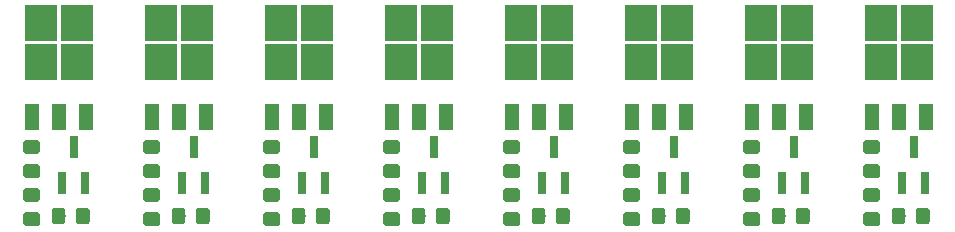
<source format=gbr>
G04 #@! TF.GenerationSoftware,KiCad,Pcbnew,(5.1.0-rc2-41-g6b3e9b0ed)*
G04 #@! TF.CreationDate,2020-04-23T19:15:03+02:00*
G04 #@! TF.ProjectId,LED_Driver,4c45445f-4472-4697-9665-722e6b696361,V0.1*
G04 #@! TF.SameCoordinates,Original*
G04 #@! TF.FileFunction,Paste,Top*
G04 #@! TF.FilePolarity,Positive*
%FSLAX46Y46*%
G04 Gerber Fmt 4.6, Leading zero omitted, Abs format (unit mm)*
G04 Created by KiCad (PCBNEW (5.1.0-rc2-41-g6b3e9b0ed)) date 2020-04-23 19:15:03*
%MOMM*%
%LPD*%
G04 APERTURE LIST*
%ADD10C,0.100000*%
%ADD11C,1.150000*%
%ADD12R,0.800000X1.900000*%
%ADD13R,2.750000X3.050000*%
%ADD14R,1.200000X2.200000*%
G04 APERTURE END LIST*
D10*
G36*
X42638505Y-139008204D02*
G01*
X42662773Y-139011804D01*
X42686572Y-139017765D01*
X42709671Y-139026030D01*
X42731850Y-139036520D01*
X42752893Y-139049132D01*
X42772599Y-139063747D01*
X42790777Y-139080223D01*
X42807253Y-139098401D01*
X42821868Y-139118107D01*
X42834480Y-139139150D01*
X42844970Y-139161329D01*
X42853235Y-139184428D01*
X42859196Y-139208227D01*
X42862796Y-139232495D01*
X42864000Y-139256999D01*
X42864000Y-139907001D01*
X42862796Y-139931505D01*
X42859196Y-139955773D01*
X42853235Y-139979572D01*
X42844970Y-140002671D01*
X42834480Y-140024850D01*
X42821868Y-140045893D01*
X42807253Y-140065599D01*
X42790777Y-140083777D01*
X42772599Y-140100253D01*
X42752893Y-140114868D01*
X42731850Y-140127480D01*
X42709671Y-140137970D01*
X42686572Y-140146235D01*
X42662773Y-140152196D01*
X42638505Y-140155796D01*
X42614001Y-140157000D01*
X41713999Y-140157000D01*
X41689495Y-140155796D01*
X41665227Y-140152196D01*
X41641428Y-140146235D01*
X41618329Y-140137970D01*
X41596150Y-140127480D01*
X41575107Y-140114868D01*
X41555401Y-140100253D01*
X41537223Y-140083777D01*
X41520747Y-140065599D01*
X41506132Y-140045893D01*
X41493520Y-140024850D01*
X41483030Y-140002671D01*
X41474765Y-139979572D01*
X41468804Y-139955773D01*
X41465204Y-139931505D01*
X41464000Y-139907001D01*
X41464000Y-139256999D01*
X41465204Y-139232495D01*
X41468804Y-139208227D01*
X41474765Y-139184428D01*
X41483030Y-139161329D01*
X41493520Y-139139150D01*
X41506132Y-139118107D01*
X41520747Y-139098401D01*
X41537223Y-139080223D01*
X41555401Y-139063747D01*
X41575107Y-139049132D01*
X41596150Y-139036520D01*
X41618329Y-139026030D01*
X41641428Y-139017765D01*
X41665227Y-139011804D01*
X41689495Y-139008204D01*
X41713999Y-139007000D01*
X42614001Y-139007000D01*
X42638505Y-139008204D01*
X42638505Y-139008204D01*
G37*
D11*
X42164000Y-139582000D03*
D10*
G36*
X42638505Y-136958204D02*
G01*
X42662773Y-136961804D01*
X42686572Y-136967765D01*
X42709671Y-136976030D01*
X42731850Y-136986520D01*
X42752893Y-136999132D01*
X42772599Y-137013747D01*
X42790777Y-137030223D01*
X42807253Y-137048401D01*
X42821868Y-137068107D01*
X42834480Y-137089150D01*
X42844970Y-137111329D01*
X42853235Y-137134428D01*
X42859196Y-137158227D01*
X42862796Y-137182495D01*
X42864000Y-137206999D01*
X42864000Y-137857001D01*
X42862796Y-137881505D01*
X42859196Y-137905773D01*
X42853235Y-137929572D01*
X42844970Y-137952671D01*
X42834480Y-137974850D01*
X42821868Y-137995893D01*
X42807253Y-138015599D01*
X42790777Y-138033777D01*
X42772599Y-138050253D01*
X42752893Y-138064868D01*
X42731850Y-138077480D01*
X42709671Y-138087970D01*
X42686572Y-138096235D01*
X42662773Y-138102196D01*
X42638505Y-138105796D01*
X42614001Y-138107000D01*
X41713999Y-138107000D01*
X41689495Y-138105796D01*
X41665227Y-138102196D01*
X41641428Y-138096235D01*
X41618329Y-138087970D01*
X41596150Y-138077480D01*
X41575107Y-138064868D01*
X41555401Y-138050253D01*
X41537223Y-138033777D01*
X41520747Y-138015599D01*
X41506132Y-137995893D01*
X41493520Y-137974850D01*
X41483030Y-137952671D01*
X41474765Y-137929572D01*
X41468804Y-137905773D01*
X41465204Y-137881505D01*
X41464000Y-137857001D01*
X41464000Y-137206999D01*
X41465204Y-137182495D01*
X41468804Y-137158227D01*
X41474765Y-137134428D01*
X41483030Y-137111329D01*
X41493520Y-137089150D01*
X41506132Y-137068107D01*
X41520747Y-137048401D01*
X41537223Y-137030223D01*
X41555401Y-137013747D01*
X41575107Y-136999132D01*
X41596150Y-136986520D01*
X41618329Y-136976030D01*
X41641428Y-136967765D01*
X41665227Y-136961804D01*
X41689495Y-136958204D01*
X41713999Y-136957000D01*
X42614001Y-136957000D01*
X42638505Y-136958204D01*
X42638505Y-136958204D01*
G37*
D11*
X42164000Y-137532000D03*
D10*
G36*
X42638505Y-143072204D02*
G01*
X42662773Y-143075804D01*
X42686572Y-143081765D01*
X42709671Y-143090030D01*
X42731850Y-143100520D01*
X42752893Y-143113132D01*
X42772599Y-143127747D01*
X42790777Y-143144223D01*
X42807253Y-143162401D01*
X42821868Y-143182107D01*
X42834480Y-143203150D01*
X42844970Y-143225329D01*
X42853235Y-143248428D01*
X42859196Y-143272227D01*
X42862796Y-143296495D01*
X42864000Y-143320999D01*
X42864000Y-143971001D01*
X42862796Y-143995505D01*
X42859196Y-144019773D01*
X42853235Y-144043572D01*
X42844970Y-144066671D01*
X42834480Y-144088850D01*
X42821868Y-144109893D01*
X42807253Y-144129599D01*
X42790777Y-144147777D01*
X42772599Y-144164253D01*
X42752893Y-144178868D01*
X42731850Y-144191480D01*
X42709671Y-144201970D01*
X42686572Y-144210235D01*
X42662773Y-144216196D01*
X42638505Y-144219796D01*
X42614001Y-144221000D01*
X41713999Y-144221000D01*
X41689495Y-144219796D01*
X41665227Y-144216196D01*
X41641428Y-144210235D01*
X41618329Y-144201970D01*
X41596150Y-144191480D01*
X41575107Y-144178868D01*
X41555401Y-144164253D01*
X41537223Y-144147777D01*
X41520747Y-144129599D01*
X41506132Y-144109893D01*
X41493520Y-144088850D01*
X41483030Y-144066671D01*
X41474765Y-144043572D01*
X41468804Y-144019773D01*
X41465204Y-143995505D01*
X41464000Y-143971001D01*
X41464000Y-143320999D01*
X41465204Y-143296495D01*
X41468804Y-143272227D01*
X41474765Y-143248428D01*
X41483030Y-143225329D01*
X41493520Y-143203150D01*
X41506132Y-143182107D01*
X41520747Y-143162401D01*
X41537223Y-143144223D01*
X41555401Y-143127747D01*
X41575107Y-143113132D01*
X41596150Y-143100520D01*
X41618329Y-143090030D01*
X41641428Y-143081765D01*
X41665227Y-143075804D01*
X41689495Y-143072204D01*
X41713999Y-143071000D01*
X42614001Y-143071000D01*
X42638505Y-143072204D01*
X42638505Y-143072204D01*
G37*
D11*
X42164000Y-143646000D03*
D10*
G36*
X42638505Y-141022204D02*
G01*
X42662773Y-141025804D01*
X42686572Y-141031765D01*
X42709671Y-141040030D01*
X42731850Y-141050520D01*
X42752893Y-141063132D01*
X42772599Y-141077747D01*
X42790777Y-141094223D01*
X42807253Y-141112401D01*
X42821868Y-141132107D01*
X42834480Y-141153150D01*
X42844970Y-141175329D01*
X42853235Y-141198428D01*
X42859196Y-141222227D01*
X42862796Y-141246495D01*
X42864000Y-141270999D01*
X42864000Y-141921001D01*
X42862796Y-141945505D01*
X42859196Y-141969773D01*
X42853235Y-141993572D01*
X42844970Y-142016671D01*
X42834480Y-142038850D01*
X42821868Y-142059893D01*
X42807253Y-142079599D01*
X42790777Y-142097777D01*
X42772599Y-142114253D01*
X42752893Y-142128868D01*
X42731850Y-142141480D01*
X42709671Y-142151970D01*
X42686572Y-142160235D01*
X42662773Y-142166196D01*
X42638505Y-142169796D01*
X42614001Y-142171000D01*
X41713999Y-142171000D01*
X41689495Y-142169796D01*
X41665227Y-142166196D01*
X41641428Y-142160235D01*
X41618329Y-142151970D01*
X41596150Y-142141480D01*
X41575107Y-142128868D01*
X41555401Y-142114253D01*
X41537223Y-142097777D01*
X41520747Y-142079599D01*
X41506132Y-142059893D01*
X41493520Y-142038850D01*
X41483030Y-142016671D01*
X41474765Y-141993572D01*
X41468804Y-141969773D01*
X41465204Y-141945505D01*
X41464000Y-141921001D01*
X41464000Y-141270999D01*
X41465204Y-141246495D01*
X41468804Y-141222227D01*
X41474765Y-141198428D01*
X41483030Y-141175329D01*
X41493520Y-141153150D01*
X41506132Y-141132107D01*
X41520747Y-141112401D01*
X41537223Y-141094223D01*
X41555401Y-141077747D01*
X41575107Y-141063132D01*
X41596150Y-141050520D01*
X41618329Y-141040030D01*
X41641428Y-141031765D01*
X41665227Y-141025804D01*
X41689495Y-141022204D01*
X41713999Y-141021000D01*
X42614001Y-141021000D01*
X42638505Y-141022204D01*
X42638505Y-141022204D01*
G37*
D11*
X42164000Y-141596000D03*
D10*
G36*
X52798505Y-139008204D02*
G01*
X52822773Y-139011804D01*
X52846572Y-139017765D01*
X52869671Y-139026030D01*
X52891850Y-139036520D01*
X52912893Y-139049132D01*
X52932599Y-139063747D01*
X52950777Y-139080223D01*
X52967253Y-139098401D01*
X52981868Y-139118107D01*
X52994480Y-139139150D01*
X53004970Y-139161329D01*
X53013235Y-139184428D01*
X53019196Y-139208227D01*
X53022796Y-139232495D01*
X53024000Y-139256999D01*
X53024000Y-139907001D01*
X53022796Y-139931505D01*
X53019196Y-139955773D01*
X53013235Y-139979572D01*
X53004970Y-140002671D01*
X52994480Y-140024850D01*
X52981868Y-140045893D01*
X52967253Y-140065599D01*
X52950777Y-140083777D01*
X52932599Y-140100253D01*
X52912893Y-140114868D01*
X52891850Y-140127480D01*
X52869671Y-140137970D01*
X52846572Y-140146235D01*
X52822773Y-140152196D01*
X52798505Y-140155796D01*
X52774001Y-140157000D01*
X51873999Y-140157000D01*
X51849495Y-140155796D01*
X51825227Y-140152196D01*
X51801428Y-140146235D01*
X51778329Y-140137970D01*
X51756150Y-140127480D01*
X51735107Y-140114868D01*
X51715401Y-140100253D01*
X51697223Y-140083777D01*
X51680747Y-140065599D01*
X51666132Y-140045893D01*
X51653520Y-140024850D01*
X51643030Y-140002671D01*
X51634765Y-139979572D01*
X51628804Y-139955773D01*
X51625204Y-139931505D01*
X51624000Y-139907001D01*
X51624000Y-139256999D01*
X51625204Y-139232495D01*
X51628804Y-139208227D01*
X51634765Y-139184428D01*
X51643030Y-139161329D01*
X51653520Y-139139150D01*
X51666132Y-139118107D01*
X51680747Y-139098401D01*
X51697223Y-139080223D01*
X51715401Y-139063747D01*
X51735107Y-139049132D01*
X51756150Y-139036520D01*
X51778329Y-139026030D01*
X51801428Y-139017765D01*
X51825227Y-139011804D01*
X51849495Y-139008204D01*
X51873999Y-139007000D01*
X52774001Y-139007000D01*
X52798505Y-139008204D01*
X52798505Y-139008204D01*
G37*
D11*
X52324000Y-139582000D03*
D10*
G36*
X52798505Y-136958204D02*
G01*
X52822773Y-136961804D01*
X52846572Y-136967765D01*
X52869671Y-136976030D01*
X52891850Y-136986520D01*
X52912893Y-136999132D01*
X52932599Y-137013747D01*
X52950777Y-137030223D01*
X52967253Y-137048401D01*
X52981868Y-137068107D01*
X52994480Y-137089150D01*
X53004970Y-137111329D01*
X53013235Y-137134428D01*
X53019196Y-137158227D01*
X53022796Y-137182495D01*
X53024000Y-137206999D01*
X53024000Y-137857001D01*
X53022796Y-137881505D01*
X53019196Y-137905773D01*
X53013235Y-137929572D01*
X53004970Y-137952671D01*
X52994480Y-137974850D01*
X52981868Y-137995893D01*
X52967253Y-138015599D01*
X52950777Y-138033777D01*
X52932599Y-138050253D01*
X52912893Y-138064868D01*
X52891850Y-138077480D01*
X52869671Y-138087970D01*
X52846572Y-138096235D01*
X52822773Y-138102196D01*
X52798505Y-138105796D01*
X52774001Y-138107000D01*
X51873999Y-138107000D01*
X51849495Y-138105796D01*
X51825227Y-138102196D01*
X51801428Y-138096235D01*
X51778329Y-138087970D01*
X51756150Y-138077480D01*
X51735107Y-138064868D01*
X51715401Y-138050253D01*
X51697223Y-138033777D01*
X51680747Y-138015599D01*
X51666132Y-137995893D01*
X51653520Y-137974850D01*
X51643030Y-137952671D01*
X51634765Y-137929572D01*
X51628804Y-137905773D01*
X51625204Y-137881505D01*
X51624000Y-137857001D01*
X51624000Y-137206999D01*
X51625204Y-137182495D01*
X51628804Y-137158227D01*
X51634765Y-137134428D01*
X51643030Y-137111329D01*
X51653520Y-137089150D01*
X51666132Y-137068107D01*
X51680747Y-137048401D01*
X51697223Y-137030223D01*
X51715401Y-137013747D01*
X51735107Y-136999132D01*
X51756150Y-136986520D01*
X51778329Y-136976030D01*
X51801428Y-136967765D01*
X51825227Y-136961804D01*
X51849495Y-136958204D01*
X51873999Y-136957000D01*
X52774001Y-136957000D01*
X52798505Y-136958204D01*
X52798505Y-136958204D01*
G37*
D11*
X52324000Y-137532000D03*
D10*
G36*
X52798505Y-143072204D02*
G01*
X52822773Y-143075804D01*
X52846572Y-143081765D01*
X52869671Y-143090030D01*
X52891850Y-143100520D01*
X52912893Y-143113132D01*
X52932599Y-143127747D01*
X52950777Y-143144223D01*
X52967253Y-143162401D01*
X52981868Y-143182107D01*
X52994480Y-143203150D01*
X53004970Y-143225329D01*
X53013235Y-143248428D01*
X53019196Y-143272227D01*
X53022796Y-143296495D01*
X53024000Y-143320999D01*
X53024000Y-143971001D01*
X53022796Y-143995505D01*
X53019196Y-144019773D01*
X53013235Y-144043572D01*
X53004970Y-144066671D01*
X52994480Y-144088850D01*
X52981868Y-144109893D01*
X52967253Y-144129599D01*
X52950777Y-144147777D01*
X52932599Y-144164253D01*
X52912893Y-144178868D01*
X52891850Y-144191480D01*
X52869671Y-144201970D01*
X52846572Y-144210235D01*
X52822773Y-144216196D01*
X52798505Y-144219796D01*
X52774001Y-144221000D01*
X51873999Y-144221000D01*
X51849495Y-144219796D01*
X51825227Y-144216196D01*
X51801428Y-144210235D01*
X51778329Y-144201970D01*
X51756150Y-144191480D01*
X51735107Y-144178868D01*
X51715401Y-144164253D01*
X51697223Y-144147777D01*
X51680747Y-144129599D01*
X51666132Y-144109893D01*
X51653520Y-144088850D01*
X51643030Y-144066671D01*
X51634765Y-144043572D01*
X51628804Y-144019773D01*
X51625204Y-143995505D01*
X51624000Y-143971001D01*
X51624000Y-143320999D01*
X51625204Y-143296495D01*
X51628804Y-143272227D01*
X51634765Y-143248428D01*
X51643030Y-143225329D01*
X51653520Y-143203150D01*
X51666132Y-143182107D01*
X51680747Y-143162401D01*
X51697223Y-143144223D01*
X51715401Y-143127747D01*
X51735107Y-143113132D01*
X51756150Y-143100520D01*
X51778329Y-143090030D01*
X51801428Y-143081765D01*
X51825227Y-143075804D01*
X51849495Y-143072204D01*
X51873999Y-143071000D01*
X52774001Y-143071000D01*
X52798505Y-143072204D01*
X52798505Y-143072204D01*
G37*
D11*
X52324000Y-143646000D03*
D10*
G36*
X52798505Y-141022204D02*
G01*
X52822773Y-141025804D01*
X52846572Y-141031765D01*
X52869671Y-141040030D01*
X52891850Y-141050520D01*
X52912893Y-141063132D01*
X52932599Y-141077747D01*
X52950777Y-141094223D01*
X52967253Y-141112401D01*
X52981868Y-141132107D01*
X52994480Y-141153150D01*
X53004970Y-141175329D01*
X53013235Y-141198428D01*
X53019196Y-141222227D01*
X53022796Y-141246495D01*
X53024000Y-141270999D01*
X53024000Y-141921001D01*
X53022796Y-141945505D01*
X53019196Y-141969773D01*
X53013235Y-141993572D01*
X53004970Y-142016671D01*
X52994480Y-142038850D01*
X52981868Y-142059893D01*
X52967253Y-142079599D01*
X52950777Y-142097777D01*
X52932599Y-142114253D01*
X52912893Y-142128868D01*
X52891850Y-142141480D01*
X52869671Y-142151970D01*
X52846572Y-142160235D01*
X52822773Y-142166196D01*
X52798505Y-142169796D01*
X52774001Y-142171000D01*
X51873999Y-142171000D01*
X51849495Y-142169796D01*
X51825227Y-142166196D01*
X51801428Y-142160235D01*
X51778329Y-142151970D01*
X51756150Y-142141480D01*
X51735107Y-142128868D01*
X51715401Y-142114253D01*
X51697223Y-142097777D01*
X51680747Y-142079599D01*
X51666132Y-142059893D01*
X51653520Y-142038850D01*
X51643030Y-142016671D01*
X51634765Y-141993572D01*
X51628804Y-141969773D01*
X51625204Y-141945505D01*
X51624000Y-141921001D01*
X51624000Y-141270999D01*
X51625204Y-141246495D01*
X51628804Y-141222227D01*
X51634765Y-141198428D01*
X51643030Y-141175329D01*
X51653520Y-141153150D01*
X51666132Y-141132107D01*
X51680747Y-141112401D01*
X51697223Y-141094223D01*
X51715401Y-141077747D01*
X51735107Y-141063132D01*
X51756150Y-141050520D01*
X51778329Y-141040030D01*
X51801428Y-141031765D01*
X51825227Y-141025804D01*
X51849495Y-141022204D01*
X51873999Y-141021000D01*
X52774001Y-141021000D01*
X52798505Y-141022204D01*
X52798505Y-141022204D01*
G37*
D11*
X52324000Y-141596000D03*
D10*
G36*
X62958505Y-139008204D02*
G01*
X62982773Y-139011804D01*
X63006572Y-139017765D01*
X63029671Y-139026030D01*
X63051850Y-139036520D01*
X63072893Y-139049132D01*
X63092599Y-139063747D01*
X63110777Y-139080223D01*
X63127253Y-139098401D01*
X63141868Y-139118107D01*
X63154480Y-139139150D01*
X63164970Y-139161329D01*
X63173235Y-139184428D01*
X63179196Y-139208227D01*
X63182796Y-139232495D01*
X63184000Y-139256999D01*
X63184000Y-139907001D01*
X63182796Y-139931505D01*
X63179196Y-139955773D01*
X63173235Y-139979572D01*
X63164970Y-140002671D01*
X63154480Y-140024850D01*
X63141868Y-140045893D01*
X63127253Y-140065599D01*
X63110777Y-140083777D01*
X63092599Y-140100253D01*
X63072893Y-140114868D01*
X63051850Y-140127480D01*
X63029671Y-140137970D01*
X63006572Y-140146235D01*
X62982773Y-140152196D01*
X62958505Y-140155796D01*
X62934001Y-140157000D01*
X62033999Y-140157000D01*
X62009495Y-140155796D01*
X61985227Y-140152196D01*
X61961428Y-140146235D01*
X61938329Y-140137970D01*
X61916150Y-140127480D01*
X61895107Y-140114868D01*
X61875401Y-140100253D01*
X61857223Y-140083777D01*
X61840747Y-140065599D01*
X61826132Y-140045893D01*
X61813520Y-140024850D01*
X61803030Y-140002671D01*
X61794765Y-139979572D01*
X61788804Y-139955773D01*
X61785204Y-139931505D01*
X61784000Y-139907001D01*
X61784000Y-139256999D01*
X61785204Y-139232495D01*
X61788804Y-139208227D01*
X61794765Y-139184428D01*
X61803030Y-139161329D01*
X61813520Y-139139150D01*
X61826132Y-139118107D01*
X61840747Y-139098401D01*
X61857223Y-139080223D01*
X61875401Y-139063747D01*
X61895107Y-139049132D01*
X61916150Y-139036520D01*
X61938329Y-139026030D01*
X61961428Y-139017765D01*
X61985227Y-139011804D01*
X62009495Y-139008204D01*
X62033999Y-139007000D01*
X62934001Y-139007000D01*
X62958505Y-139008204D01*
X62958505Y-139008204D01*
G37*
D11*
X62484000Y-139582000D03*
D10*
G36*
X62958505Y-136958204D02*
G01*
X62982773Y-136961804D01*
X63006572Y-136967765D01*
X63029671Y-136976030D01*
X63051850Y-136986520D01*
X63072893Y-136999132D01*
X63092599Y-137013747D01*
X63110777Y-137030223D01*
X63127253Y-137048401D01*
X63141868Y-137068107D01*
X63154480Y-137089150D01*
X63164970Y-137111329D01*
X63173235Y-137134428D01*
X63179196Y-137158227D01*
X63182796Y-137182495D01*
X63184000Y-137206999D01*
X63184000Y-137857001D01*
X63182796Y-137881505D01*
X63179196Y-137905773D01*
X63173235Y-137929572D01*
X63164970Y-137952671D01*
X63154480Y-137974850D01*
X63141868Y-137995893D01*
X63127253Y-138015599D01*
X63110777Y-138033777D01*
X63092599Y-138050253D01*
X63072893Y-138064868D01*
X63051850Y-138077480D01*
X63029671Y-138087970D01*
X63006572Y-138096235D01*
X62982773Y-138102196D01*
X62958505Y-138105796D01*
X62934001Y-138107000D01*
X62033999Y-138107000D01*
X62009495Y-138105796D01*
X61985227Y-138102196D01*
X61961428Y-138096235D01*
X61938329Y-138087970D01*
X61916150Y-138077480D01*
X61895107Y-138064868D01*
X61875401Y-138050253D01*
X61857223Y-138033777D01*
X61840747Y-138015599D01*
X61826132Y-137995893D01*
X61813520Y-137974850D01*
X61803030Y-137952671D01*
X61794765Y-137929572D01*
X61788804Y-137905773D01*
X61785204Y-137881505D01*
X61784000Y-137857001D01*
X61784000Y-137206999D01*
X61785204Y-137182495D01*
X61788804Y-137158227D01*
X61794765Y-137134428D01*
X61803030Y-137111329D01*
X61813520Y-137089150D01*
X61826132Y-137068107D01*
X61840747Y-137048401D01*
X61857223Y-137030223D01*
X61875401Y-137013747D01*
X61895107Y-136999132D01*
X61916150Y-136986520D01*
X61938329Y-136976030D01*
X61961428Y-136967765D01*
X61985227Y-136961804D01*
X62009495Y-136958204D01*
X62033999Y-136957000D01*
X62934001Y-136957000D01*
X62958505Y-136958204D01*
X62958505Y-136958204D01*
G37*
D11*
X62484000Y-137532000D03*
D10*
G36*
X62958505Y-143072204D02*
G01*
X62982773Y-143075804D01*
X63006572Y-143081765D01*
X63029671Y-143090030D01*
X63051850Y-143100520D01*
X63072893Y-143113132D01*
X63092599Y-143127747D01*
X63110777Y-143144223D01*
X63127253Y-143162401D01*
X63141868Y-143182107D01*
X63154480Y-143203150D01*
X63164970Y-143225329D01*
X63173235Y-143248428D01*
X63179196Y-143272227D01*
X63182796Y-143296495D01*
X63184000Y-143320999D01*
X63184000Y-143971001D01*
X63182796Y-143995505D01*
X63179196Y-144019773D01*
X63173235Y-144043572D01*
X63164970Y-144066671D01*
X63154480Y-144088850D01*
X63141868Y-144109893D01*
X63127253Y-144129599D01*
X63110777Y-144147777D01*
X63092599Y-144164253D01*
X63072893Y-144178868D01*
X63051850Y-144191480D01*
X63029671Y-144201970D01*
X63006572Y-144210235D01*
X62982773Y-144216196D01*
X62958505Y-144219796D01*
X62934001Y-144221000D01*
X62033999Y-144221000D01*
X62009495Y-144219796D01*
X61985227Y-144216196D01*
X61961428Y-144210235D01*
X61938329Y-144201970D01*
X61916150Y-144191480D01*
X61895107Y-144178868D01*
X61875401Y-144164253D01*
X61857223Y-144147777D01*
X61840747Y-144129599D01*
X61826132Y-144109893D01*
X61813520Y-144088850D01*
X61803030Y-144066671D01*
X61794765Y-144043572D01*
X61788804Y-144019773D01*
X61785204Y-143995505D01*
X61784000Y-143971001D01*
X61784000Y-143320999D01*
X61785204Y-143296495D01*
X61788804Y-143272227D01*
X61794765Y-143248428D01*
X61803030Y-143225329D01*
X61813520Y-143203150D01*
X61826132Y-143182107D01*
X61840747Y-143162401D01*
X61857223Y-143144223D01*
X61875401Y-143127747D01*
X61895107Y-143113132D01*
X61916150Y-143100520D01*
X61938329Y-143090030D01*
X61961428Y-143081765D01*
X61985227Y-143075804D01*
X62009495Y-143072204D01*
X62033999Y-143071000D01*
X62934001Y-143071000D01*
X62958505Y-143072204D01*
X62958505Y-143072204D01*
G37*
D11*
X62484000Y-143646000D03*
D10*
G36*
X62958505Y-141022204D02*
G01*
X62982773Y-141025804D01*
X63006572Y-141031765D01*
X63029671Y-141040030D01*
X63051850Y-141050520D01*
X63072893Y-141063132D01*
X63092599Y-141077747D01*
X63110777Y-141094223D01*
X63127253Y-141112401D01*
X63141868Y-141132107D01*
X63154480Y-141153150D01*
X63164970Y-141175329D01*
X63173235Y-141198428D01*
X63179196Y-141222227D01*
X63182796Y-141246495D01*
X63184000Y-141270999D01*
X63184000Y-141921001D01*
X63182796Y-141945505D01*
X63179196Y-141969773D01*
X63173235Y-141993572D01*
X63164970Y-142016671D01*
X63154480Y-142038850D01*
X63141868Y-142059893D01*
X63127253Y-142079599D01*
X63110777Y-142097777D01*
X63092599Y-142114253D01*
X63072893Y-142128868D01*
X63051850Y-142141480D01*
X63029671Y-142151970D01*
X63006572Y-142160235D01*
X62982773Y-142166196D01*
X62958505Y-142169796D01*
X62934001Y-142171000D01*
X62033999Y-142171000D01*
X62009495Y-142169796D01*
X61985227Y-142166196D01*
X61961428Y-142160235D01*
X61938329Y-142151970D01*
X61916150Y-142141480D01*
X61895107Y-142128868D01*
X61875401Y-142114253D01*
X61857223Y-142097777D01*
X61840747Y-142079599D01*
X61826132Y-142059893D01*
X61813520Y-142038850D01*
X61803030Y-142016671D01*
X61794765Y-141993572D01*
X61788804Y-141969773D01*
X61785204Y-141945505D01*
X61784000Y-141921001D01*
X61784000Y-141270999D01*
X61785204Y-141246495D01*
X61788804Y-141222227D01*
X61794765Y-141198428D01*
X61803030Y-141175329D01*
X61813520Y-141153150D01*
X61826132Y-141132107D01*
X61840747Y-141112401D01*
X61857223Y-141094223D01*
X61875401Y-141077747D01*
X61895107Y-141063132D01*
X61916150Y-141050520D01*
X61938329Y-141040030D01*
X61961428Y-141031765D01*
X61985227Y-141025804D01*
X62009495Y-141022204D01*
X62033999Y-141021000D01*
X62934001Y-141021000D01*
X62958505Y-141022204D01*
X62958505Y-141022204D01*
G37*
D11*
X62484000Y-141596000D03*
D10*
G36*
X73118505Y-139008204D02*
G01*
X73142773Y-139011804D01*
X73166572Y-139017765D01*
X73189671Y-139026030D01*
X73211850Y-139036520D01*
X73232893Y-139049132D01*
X73252599Y-139063747D01*
X73270777Y-139080223D01*
X73287253Y-139098401D01*
X73301868Y-139118107D01*
X73314480Y-139139150D01*
X73324970Y-139161329D01*
X73333235Y-139184428D01*
X73339196Y-139208227D01*
X73342796Y-139232495D01*
X73344000Y-139256999D01*
X73344000Y-139907001D01*
X73342796Y-139931505D01*
X73339196Y-139955773D01*
X73333235Y-139979572D01*
X73324970Y-140002671D01*
X73314480Y-140024850D01*
X73301868Y-140045893D01*
X73287253Y-140065599D01*
X73270777Y-140083777D01*
X73252599Y-140100253D01*
X73232893Y-140114868D01*
X73211850Y-140127480D01*
X73189671Y-140137970D01*
X73166572Y-140146235D01*
X73142773Y-140152196D01*
X73118505Y-140155796D01*
X73094001Y-140157000D01*
X72193999Y-140157000D01*
X72169495Y-140155796D01*
X72145227Y-140152196D01*
X72121428Y-140146235D01*
X72098329Y-140137970D01*
X72076150Y-140127480D01*
X72055107Y-140114868D01*
X72035401Y-140100253D01*
X72017223Y-140083777D01*
X72000747Y-140065599D01*
X71986132Y-140045893D01*
X71973520Y-140024850D01*
X71963030Y-140002671D01*
X71954765Y-139979572D01*
X71948804Y-139955773D01*
X71945204Y-139931505D01*
X71944000Y-139907001D01*
X71944000Y-139256999D01*
X71945204Y-139232495D01*
X71948804Y-139208227D01*
X71954765Y-139184428D01*
X71963030Y-139161329D01*
X71973520Y-139139150D01*
X71986132Y-139118107D01*
X72000747Y-139098401D01*
X72017223Y-139080223D01*
X72035401Y-139063747D01*
X72055107Y-139049132D01*
X72076150Y-139036520D01*
X72098329Y-139026030D01*
X72121428Y-139017765D01*
X72145227Y-139011804D01*
X72169495Y-139008204D01*
X72193999Y-139007000D01*
X73094001Y-139007000D01*
X73118505Y-139008204D01*
X73118505Y-139008204D01*
G37*
D11*
X72644000Y-139582000D03*
D10*
G36*
X73118505Y-136958204D02*
G01*
X73142773Y-136961804D01*
X73166572Y-136967765D01*
X73189671Y-136976030D01*
X73211850Y-136986520D01*
X73232893Y-136999132D01*
X73252599Y-137013747D01*
X73270777Y-137030223D01*
X73287253Y-137048401D01*
X73301868Y-137068107D01*
X73314480Y-137089150D01*
X73324970Y-137111329D01*
X73333235Y-137134428D01*
X73339196Y-137158227D01*
X73342796Y-137182495D01*
X73344000Y-137206999D01*
X73344000Y-137857001D01*
X73342796Y-137881505D01*
X73339196Y-137905773D01*
X73333235Y-137929572D01*
X73324970Y-137952671D01*
X73314480Y-137974850D01*
X73301868Y-137995893D01*
X73287253Y-138015599D01*
X73270777Y-138033777D01*
X73252599Y-138050253D01*
X73232893Y-138064868D01*
X73211850Y-138077480D01*
X73189671Y-138087970D01*
X73166572Y-138096235D01*
X73142773Y-138102196D01*
X73118505Y-138105796D01*
X73094001Y-138107000D01*
X72193999Y-138107000D01*
X72169495Y-138105796D01*
X72145227Y-138102196D01*
X72121428Y-138096235D01*
X72098329Y-138087970D01*
X72076150Y-138077480D01*
X72055107Y-138064868D01*
X72035401Y-138050253D01*
X72017223Y-138033777D01*
X72000747Y-138015599D01*
X71986132Y-137995893D01*
X71973520Y-137974850D01*
X71963030Y-137952671D01*
X71954765Y-137929572D01*
X71948804Y-137905773D01*
X71945204Y-137881505D01*
X71944000Y-137857001D01*
X71944000Y-137206999D01*
X71945204Y-137182495D01*
X71948804Y-137158227D01*
X71954765Y-137134428D01*
X71963030Y-137111329D01*
X71973520Y-137089150D01*
X71986132Y-137068107D01*
X72000747Y-137048401D01*
X72017223Y-137030223D01*
X72035401Y-137013747D01*
X72055107Y-136999132D01*
X72076150Y-136986520D01*
X72098329Y-136976030D01*
X72121428Y-136967765D01*
X72145227Y-136961804D01*
X72169495Y-136958204D01*
X72193999Y-136957000D01*
X73094001Y-136957000D01*
X73118505Y-136958204D01*
X73118505Y-136958204D01*
G37*
D11*
X72644000Y-137532000D03*
D10*
G36*
X73118505Y-143072204D02*
G01*
X73142773Y-143075804D01*
X73166572Y-143081765D01*
X73189671Y-143090030D01*
X73211850Y-143100520D01*
X73232893Y-143113132D01*
X73252599Y-143127747D01*
X73270777Y-143144223D01*
X73287253Y-143162401D01*
X73301868Y-143182107D01*
X73314480Y-143203150D01*
X73324970Y-143225329D01*
X73333235Y-143248428D01*
X73339196Y-143272227D01*
X73342796Y-143296495D01*
X73344000Y-143320999D01*
X73344000Y-143971001D01*
X73342796Y-143995505D01*
X73339196Y-144019773D01*
X73333235Y-144043572D01*
X73324970Y-144066671D01*
X73314480Y-144088850D01*
X73301868Y-144109893D01*
X73287253Y-144129599D01*
X73270777Y-144147777D01*
X73252599Y-144164253D01*
X73232893Y-144178868D01*
X73211850Y-144191480D01*
X73189671Y-144201970D01*
X73166572Y-144210235D01*
X73142773Y-144216196D01*
X73118505Y-144219796D01*
X73094001Y-144221000D01*
X72193999Y-144221000D01*
X72169495Y-144219796D01*
X72145227Y-144216196D01*
X72121428Y-144210235D01*
X72098329Y-144201970D01*
X72076150Y-144191480D01*
X72055107Y-144178868D01*
X72035401Y-144164253D01*
X72017223Y-144147777D01*
X72000747Y-144129599D01*
X71986132Y-144109893D01*
X71973520Y-144088850D01*
X71963030Y-144066671D01*
X71954765Y-144043572D01*
X71948804Y-144019773D01*
X71945204Y-143995505D01*
X71944000Y-143971001D01*
X71944000Y-143320999D01*
X71945204Y-143296495D01*
X71948804Y-143272227D01*
X71954765Y-143248428D01*
X71963030Y-143225329D01*
X71973520Y-143203150D01*
X71986132Y-143182107D01*
X72000747Y-143162401D01*
X72017223Y-143144223D01*
X72035401Y-143127747D01*
X72055107Y-143113132D01*
X72076150Y-143100520D01*
X72098329Y-143090030D01*
X72121428Y-143081765D01*
X72145227Y-143075804D01*
X72169495Y-143072204D01*
X72193999Y-143071000D01*
X73094001Y-143071000D01*
X73118505Y-143072204D01*
X73118505Y-143072204D01*
G37*
D11*
X72644000Y-143646000D03*
D10*
G36*
X73118505Y-141022204D02*
G01*
X73142773Y-141025804D01*
X73166572Y-141031765D01*
X73189671Y-141040030D01*
X73211850Y-141050520D01*
X73232893Y-141063132D01*
X73252599Y-141077747D01*
X73270777Y-141094223D01*
X73287253Y-141112401D01*
X73301868Y-141132107D01*
X73314480Y-141153150D01*
X73324970Y-141175329D01*
X73333235Y-141198428D01*
X73339196Y-141222227D01*
X73342796Y-141246495D01*
X73344000Y-141270999D01*
X73344000Y-141921001D01*
X73342796Y-141945505D01*
X73339196Y-141969773D01*
X73333235Y-141993572D01*
X73324970Y-142016671D01*
X73314480Y-142038850D01*
X73301868Y-142059893D01*
X73287253Y-142079599D01*
X73270777Y-142097777D01*
X73252599Y-142114253D01*
X73232893Y-142128868D01*
X73211850Y-142141480D01*
X73189671Y-142151970D01*
X73166572Y-142160235D01*
X73142773Y-142166196D01*
X73118505Y-142169796D01*
X73094001Y-142171000D01*
X72193999Y-142171000D01*
X72169495Y-142169796D01*
X72145227Y-142166196D01*
X72121428Y-142160235D01*
X72098329Y-142151970D01*
X72076150Y-142141480D01*
X72055107Y-142128868D01*
X72035401Y-142114253D01*
X72017223Y-142097777D01*
X72000747Y-142079599D01*
X71986132Y-142059893D01*
X71973520Y-142038850D01*
X71963030Y-142016671D01*
X71954765Y-141993572D01*
X71948804Y-141969773D01*
X71945204Y-141945505D01*
X71944000Y-141921001D01*
X71944000Y-141270999D01*
X71945204Y-141246495D01*
X71948804Y-141222227D01*
X71954765Y-141198428D01*
X71963030Y-141175329D01*
X71973520Y-141153150D01*
X71986132Y-141132107D01*
X72000747Y-141112401D01*
X72017223Y-141094223D01*
X72035401Y-141077747D01*
X72055107Y-141063132D01*
X72076150Y-141050520D01*
X72098329Y-141040030D01*
X72121428Y-141031765D01*
X72145227Y-141025804D01*
X72169495Y-141022204D01*
X72193999Y-141021000D01*
X73094001Y-141021000D01*
X73118505Y-141022204D01*
X73118505Y-141022204D01*
G37*
D11*
X72644000Y-141596000D03*
D12*
X45720000Y-137565000D03*
X46670000Y-140565000D03*
X44770000Y-140565000D03*
D13*
X45975000Y-130385000D03*
X42925000Y-127035000D03*
X42925000Y-130385000D03*
X45975000Y-127035000D03*
D14*
X46730000Y-135010000D03*
X44450000Y-135010000D03*
X42170000Y-135010000D03*
D12*
X55880000Y-137565000D03*
X56830000Y-140565000D03*
X54930000Y-140565000D03*
D13*
X56135000Y-130385000D03*
X53085000Y-127035000D03*
X53085000Y-130385000D03*
X56135000Y-127035000D03*
D14*
X56890000Y-135010000D03*
X54610000Y-135010000D03*
X52330000Y-135010000D03*
D12*
X66040000Y-137565000D03*
X66990000Y-140565000D03*
X65090000Y-140565000D03*
D13*
X66295000Y-130385000D03*
X63245000Y-127035000D03*
X63245000Y-130385000D03*
X66295000Y-127035000D03*
D14*
X67050000Y-135010000D03*
X64770000Y-135010000D03*
X62490000Y-135010000D03*
D12*
X76200000Y-137565000D03*
X77150000Y-140565000D03*
X75250000Y-140565000D03*
D13*
X76455000Y-130385000D03*
X73405000Y-127035000D03*
X73405000Y-130385000D03*
X76455000Y-127035000D03*
D14*
X77210000Y-135010000D03*
X74930000Y-135010000D03*
X72650000Y-135010000D03*
D10*
G36*
X46840505Y-142684204D02*
G01*
X46864773Y-142687804D01*
X46888572Y-142693765D01*
X46911671Y-142702030D01*
X46933850Y-142712520D01*
X46954893Y-142725132D01*
X46974599Y-142739747D01*
X46992777Y-142756223D01*
X47009253Y-142774401D01*
X47023868Y-142794107D01*
X47036480Y-142815150D01*
X47046970Y-142837329D01*
X47055235Y-142860428D01*
X47061196Y-142884227D01*
X47064796Y-142908495D01*
X47066000Y-142932999D01*
X47066000Y-143833001D01*
X47064796Y-143857505D01*
X47061196Y-143881773D01*
X47055235Y-143905572D01*
X47046970Y-143928671D01*
X47036480Y-143950850D01*
X47023868Y-143971893D01*
X47009253Y-143991599D01*
X46992777Y-144009777D01*
X46974599Y-144026253D01*
X46954893Y-144040868D01*
X46933850Y-144053480D01*
X46911671Y-144063970D01*
X46888572Y-144072235D01*
X46864773Y-144078196D01*
X46840505Y-144081796D01*
X46816001Y-144083000D01*
X46165999Y-144083000D01*
X46141495Y-144081796D01*
X46117227Y-144078196D01*
X46093428Y-144072235D01*
X46070329Y-144063970D01*
X46048150Y-144053480D01*
X46027107Y-144040868D01*
X46007401Y-144026253D01*
X45989223Y-144009777D01*
X45972747Y-143991599D01*
X45958132Y-143971893D01*
X45945520Y-143950850D01*
X45935030Y-143928671D01*
X45926765Y-143905572D01*
X45920804Y-143881773D01*
X45917204Y-143857505D01*
X45916000Y-143833001D01*
X45916000Y-142932999D01*
X45917204Y-142908495D01*
X45920804Y-142884227D01*
X45926765Y-142860428D01*
X45935030Y-142837329D01*
X45945520Y-142815150D01*
X45958132Y-142794107D01*
X45972747Y-142774401D01*
X45989223Y-142756223D01*
X46007401Y-142739747D01*
X46027107Y-142725132D01*
X46048150Y-142712520D01*
X46070329Y-142702030D01*
X46093428Y-142693765D01*
X46117227Y-142687804D01*
X46141495Y-142684204D01*
X46165999Y-142683000D01*
X46816001Y-142683000D01*
X46840505Y-142684204D01*
X46840505Y-142684204D01*
G37*
D11*
X46491000Y-143383000D03*
D10*
G36*
X44790505Y-142684204D02*
G01*
X44814773Y-142687804D01*
X44838572Y-142693765D01*
X44861671Y-142702030D01*
X44883850Y-142712520D01*
X44904893Y-142725132D01*
X44924599Y-142739747D01*
X44942777Y-142756223D01*
X44959253Y-142774401D01*
X44973868Y-142794107D01*
X44986480Y-142815150D01*
X44996970Y-142837329D01*
X45005235Y-142860428D01*
X45011196Y-142884227D01*
X45014796Y-142908495D01*
X45016000Y-142932999D01*
X45016000Y-143833001D01*
X45014796Y-143857505D01*
X45011196Y-143881773D01*
X45005235Y-143905572D01*
X44996970Y-143928671D01*
X44986480Y-143950850D01*
X44973868Y-143971893D01*
X44959253Y-143991599D01*
X44942777Y-144009777D01*
X44924599Y-144026253D01*
X44904893Y-144040868D01*
X44883850Y-144053480D01*
X44861671Y-144063970D01*
X44838572Y-144072235D01*
X44814773Y-144078196D01*
X44790505Y-144081796D01*
X44766001Y-144083000D01*
X44115999Y-144083000D01*
X44091495Y-144081796D01*
X44067227Y-144078196D01*
X44043428Y-144072235D01*
X44020329Y-144063970D01*
X43998150Y-144053480D01*
X43977107Y-144040868D01*
X43957401Y-144026253D01*
X43939223Y-144009777D01*
X43922747Y-143991599D01*
X43908132Y-143971893D01*
X43895520Y-143950850D01*
X43885030Y-143928671D01*
X43876765Y-143905572D01*
X43870804Y-143881773D01*
X43867204Y-143857505D01*
X43866000Y-143833001D01*
X43866000Y-142932999D01*
X43867204Y-142908495D01*
X43870804Y-142884227D01*
X43876765Y-142860428D01*
X43885030Y-142837329D01*
X43895520Y-142815150D01*
X43908132Y-142794107D01*
X43922747Y-142774401D01*
X43939223Y-142756223D01*
X43957401Y-142739747D01*
X43977107Y-142725132D01*
X43998150Y-142712520D01*
X44020329Y-142702030D01*
X44043428Y-142693765D01*
X44067227Y-142687804D01*
X44091495Y-142684204D01*
X44115999Y-142683000D01*
X44766001Y-142683000D01*
X44790505Y-142684204D01*
X44790505Y-142684204D01*
G37*
D11*
X44441000Y-143383000D03*
D10*
G36*
X57000505Y-142684204D02*
G01*
X57024773Y-142687804D01*
X57048572Y-142693765D01*
X57071671Y-142702030D01*
X57093850Y-142712520D01*
X57114893Y-142725132D01*
X57134599Y-142739747D01*
X57152777Y-142756223D01*
X57169253Y-142774401D01*
X57183868Y-142794107D01*
X57196480Y-142815150D01*
X57206970Y-142837329D01*
X57215235Y-142860428D01*
X57221196Y-142884227D01*
X57224796Y-142908495D01*
X57226000Y-142932999D01*
X57226000Y-143833001D01*
X57224796Y-143857505D01*
X57221196Y-143881773D01*
X57215235Y-143905572D01*
X57206970Y-143928671D01*
X57196480Y-143950850D01*
X57183868Y-143971893D01*
X57169253Y-143991599D01*
X57152777Y-144009777D01*
X57134599Y-144026253D01*
X57114893Y-144040868D01*
X57093850Y-144053480D01*
X57071671Y-144063970D01*
X57048572Y-144072235D01*
X57024773Y-144078196D01*
X57000505Y-144081796D01*
X56976001Y-144083000D01*
X56325999Y-144083000D01*
X56301495Y-144081796D01*
X56277227Y-144078196D01*
X56253428Y-144072235D01*
X56230329Y-144063970D01*
X56208150Y-144053480D01*
X56187107Y-144040868D01*
X56167401Y-144026253D01*
X56149223Y-144009777D01*
X56132747Y-143991599D01*
X56118132Y-143971893D01*
X56105520Y-143950850D01*
X56095030Y-143928671D01*
X56086765Y-143905572D01*
X56080804Y-143881773D01*
X56077204Y-143857505D01*
X56076000Y-143833001D01*
X56076000Y-142932999D01*
X56077204Y-142908495D01*
X56080804Y-142884227D01*
X56086765Y-142860428D01*
X56095030Y-142837329D01*
X56105520Y-142815150D01*
X56118132Y-142794107D01*
X56132747Y-142774401D01*
X56149223Y-142756223D01*
X56167401Y-142739747D01*
X56187107Y-142725132D01*
X56208150Y-142712520D01*
X56230329Y-142702030D01*
X56253428Y-142693765D01*
X56277227Y-142687804D01*
X56301495Y-142684204D01*
X56325999Y-142683000D01*
X56976001Y-142683000D01*
X57000505Y-142684204D01*
X57000505Y-142684204D01*
G37*
D11*
X56651000Y-143383000D03*
D10*
G36*
X54950505Y-142684204D02*
G01*
X54974773Y-142687804D01*
X54998572Y-142693765D01*
X55021671Y-142702030D01*
X55043850Y-142712520D01*
X55064893Y-142725132D01*
X55084599Y-142739747D01*
X55102777Y-142756223D01*
X55119253Y-142774401D01*
X55133868Y-142794107D01*
X55146480Y-142815150D01*
X55156970Y-142837329D01*
X55165235Y-142860428D01*
X55171196Y-142884227D01*
X55174796Y-142908495D01*
X55176000Y-142932999D01*
X55176000Y-143833001D01*
X55174796Y-143857505D01*
X55171196Y-143881773D01*
X55165235Y-143905572D01*
X55156970Y-143928671D01*
X55146480Y-143950850D01*
X55133868Y-143971893D01*
X55119253Y-143991599D01*
X55102777Y-144009777D01*
X55084599Y-144026253D01*
X55064893Y-144040868D01*
X55043850Y-144053480D01*
X55021671Y-144063970D01*
X54998572Y-144072235D01*
X54974773Y-144078196D01*
X54950505Y-144081796D01*
X54926001Y-144083000D01*
X54275999Y-144083000D01*
X54251495Y-144081796D01*
X54227227Y-144078196D01*
X54203428Y-144072235D01*
X54180329Y-144063970D01*
X54158150Y-144053480D01*
X54137107Y-144040868D01*
X54117401Y-144026253D01*
X54099223Y-144009777D01*
X54082747Y-143991599D01*
X54068132Y-143971893D01*
X54055520Y-143950850D01*
X54045030Y-143928671D01*
X54036765Y-143905572D01*
X54030804Y-143881773D01*
X54027204Y-143857505D01*
X54026000Y-143833001D01*
X54026000Y-142932999D01*
X54027204Y-142908495D01*
X54030804Y-142884227D01*
X54036765Y-142860428D01*
X54045030Y-142837329D01*
X54055520Y-142815150D01*
X54068132Y-142794107D01*
X54082747Y-142774401D01*
X54099223Y-142756223D01*
X54117401Y-142739747D01*
X54137107Y-142725132D01*
X54158150Y-142712520D01*
X54180329Y-142702030D01*
X54203428Y-142693765D01*
X54227227Y-142687804D01*
X54251495Y-142684204D01*
X54275999Y-142683000D01*
X54926001Y-142683000D01*
X54950505Y-142684204D01*
X54950505Y-142684204D01*
G37*
D11*
X54601000Y-143383000D03*
D10*
G36*
X67160505Y-142684204D02*
G01*
X67184773Y-142687804D01*
X67208572Y-142693765D01*
X67231671Y-142702030D01*
X67253850Y-142712520D01*
X67274893Y-142725132D01*
X67294599Y-142739747D01*
X67312777Y-142756223D01*
X67329253Y-142774401D01*
X67343868Y-142794107D01*
X67356480Y-142815150D01*
X67366970Y-142837329D01*
X67375235Y-142860428D01*
X67381196Y-142884227D01*
X67384796Y-142908495D01*
X67386000Y-142932999D01*
X67386000Y-143833001D01*
X67384796Y-143857505D01*
X67381196Y-143881773D01*
X67375235Y-143905572D01*
X67366970Y-143928671D01*
X67356480Y-143950850D01*
X67343868Y-143971893D01*
X67329253Y-143991599D01*
X67312777Y-144009777D01*
X67294599Y-144026253D01*
X67274893Y-144040868D01*
X67253850Y-144053480D01*
X67231671Y-144063970D01*
X67208572Y-144072235D01*
X67184773Y-144078196D01*
X67160505Y-144081796D01*
X67136001Y-144083000D01*
X66485999Y-144083000D01*
X66461495Y-144081796D01*
X66437227Y-144078196D01*
X66413428Y-144072235D01*
X66390329Y-144063970D01*
X66368150Y-144053480D01*
X66347107Y-144040868D01*
X66327401Y-144026253D01*
X66309223Y-144009777D01*
X66292747Y-143991599D01*
X66278132Y-143971893D01*
X66265520Y-143950850D01*
X66255030Y-143928671D01*
X66246765Y-143905572D01*
X66240804Y-143881773D01*
X66237204Y-143857505D01*
X66236000Y-143833001D01*
X66236000Y-142932999D01*
X66237204Y-142908495D01*
X66240804Y-142884227D01*
X66246765Y-142860428D01*
X66255030Y-142837329D01*
X66265520Y-142815150D01*
X66278132Y-142794107D01*
X66292747Y-142774401D01*
X66309223Y-142756223D01*
X66327401Y-142739747D01*
X66347107Y-142725132D01*
X66368150Y-142712520D01*
X66390329Y-142702030D01*
X66413428Y-142693765D01*
X66437227Y-142687804D01*
X66461495Y-142684204D01*
X66485999Y-142683000D01*
X67136001Y-142683000D01*
X67160505Y-142684204D01*
X67160505Y-142684204D01*
G37*
D11*
X66811000Y-143383000D03*
D10*
G36*
X65110505Y-142684204D02*
G01*
X65134773Y-142687804D01*
X65158572Y-142693765D01*
X65181671Y-142702030D01*
X65203850Y-142712520D01*
X65224893Y-142725132D01*
X65244599Y-142739747D01*
X65262777Y-142756223D01*
X65279253Y-142774401D01*
X65293868Y-142794107D01*
X65306480Y-142815150D01*
X65316970Y-142837329D01*
X65325235Y-142860428D01*
X65331196Y-142884227D01*
X65334796Y-142908495D01*
X65336000Y-142932999D01*
X65336000Y-143833001D01*
X65334796Y-143857505D01*
X65331196Y-143881773D01*
X65325235Y-143905572D01*
X65316970Y-143928671D01*
X65306480Y-143950850D01*
X65293868Y-143971893D01*
X65279253Y-143991599D01*
X65262777Y-144009777D01*
X65244599Y-144026253D01*
X65224893Y-144040868D01*
X65203850Y-144053480D01*
X65181671Y-144063970D01*
X65158572Y-144072235D01*
X65134773Y-144078196D01*
X65110505Y-144081796D01*
X65086001Y-144083000D01*
X64435999Y-144083000D01*
X64411495Y-144081796D01*
X64387227Y-144078196D01*
X64363428Y-144072235D01*
X64340329Y-144063970D01*
X64318150Y-144053480D01*
X64297107Y-144040868D01*
X64277401Y-144026253D01*
X64259223Y-144009777D01*
X64242747Y-143991599D01*
X64228132Y-143971893D01*
X64215520Y-143950850D01*
X64205030Y-143928671D01*
X64196765Y-143905572D01*
X64190804Y-143881773D01*
X64187204Y-143857505D01*
X64186000Y-143833001D01*
X64186000Y-142932999D01*
X64187204Y-142908495D01*
X64190804Y-142884227D01*
X64196765Y-142860428D01*
X64205030Y-142837329D01*
X64215520Y-142815150D01*
X64228132Y-142794107D01*
X64242747Y-142774401D01*
X64259223Y-142756223D01*
X64277401Y-142739747D01*
X64297107Y-142725132D01*
X64318150Y-142712520D01*
X64340329Y-142702030D01*
X64363428Y-142693765D01*
X64387227Y-142687804D01*
X64411495Y-142684204D01*
X64435999Y-142683000D01*
X65086001Y-142683000D01*
X65110505Y-142684204D01*
X65110505Y-142684204D01*
G37*
D11*
X64761000Y-143383000D03*
D10*
G36*
X77320505Y-142684204D02*
G01*
X77344773Y-142687804D01*
X77368572Y-142693765D01*
X77391671Y-142702030D01*
X77413850Y-142712520D01*
X77434893Y-142725132D01*
X77454599Y-142739747D01*
X77472777Y-142756223D01*
X77489253Y-142774401D01*
X77503868Y-142794107D01*
X77516480Y-142815150D01*
X77526970Y-142837329D01*
X77535235Y-142860428D01*
X77541196Y-142884227D01*
X77544796Y-142908495D01*
X77546000Y-142932999D01*
X77546000Y-143833001D01*
X77544796Y-143857505D01*
X77541196Y-143881773D01*
X77535235Y-143905572D01*
X77526970Y-143928671D01*
X77516480Y-143950850D01*
X77503868Y-143971893D01*
X77489253Y-143991599D01*
X77472777Y-144009777D01*
X77454599Y-144026253D01*
X77434893Y-144040868D01*
X77413850Y-144053480D01*
X77391671Y-144063970D01*
X77368572Y-144072235D01*
X77344773Y-144078196D01*
X77320505Y-144081796D01*
X77296001Y-144083000D01*
X76645999Y-144083000D01*
X76621495Y-144081796D01*
X76597227Y-144078196D01*
X76573428Y-144072235D01*
X76550329Y-144063970D01*
X76528150Y-144053480D01*
X76507107Y-144040868D01*
X76487401Y-144026253D01*
X76469223Y-144009777D01*
X76452747Y-143991599D01*
X76438132Y-143971893D01*
X76425520Y-143950850D01*
X76415030Y-143928671D01*
X76406765Y-143905572D01*
X76400804Y-143881773D01*
X76397204Y-143857505D01*
X76396000Y-143833001D01*
X76396000Y-142932999D01*
X76397204Y-142908495D01*
X76400804Y-142884227D01*
X76406765Y-142860428D01*
X76415030Y-142837329D01*
X76425520Y-142815150D01*
X76438132Y-142794107D01*
X76452747Y-142774401D01*
X76469223Y-142756223D01*
X76487401Y-142739747D01*
X76507107Y-142725132D01*
X76528150Y-142712520D01*
X76550329Y-142702030D01*
X76573428Y-142693765D01*
X76597227Y-142687804D01*
X76621495Y-142684204D01*
X76645999Y-142683000D01*
X77296001Y-142683000D01*
X77320505Y-142684204D01*
X77320505Y-142684204D01*
G37*
D11*
X76971000Y-143383000D03*
D10*
G36*
X75270505Y-142684204D02*
G01*
X75294773Y-142687804D01*
X75318572Y-142693765D01*
X75341671Y-142702030D01*
X75363850Y-142712520D01*
X75384893Y-142725132D01*
X75404599Y-142739747D01*
X75422777Y-142756223D01*
X75439253Y-142774401D01*
X75453868Y-142794107D01*
X75466480Y-142815150D01*
X75476970Y-142837329D01*
X75485235Y-142860428D01*
X75491196Y-142884227D01*
X75494796Y-142908495D01*
X75496000Y-142932999D01*
X75496000Y-143833001D01*
X75494796Y-143857505D01*
X75491196Y-143881773D01*
X75485235Y-143905572D01*
X75476970Y-143928671D01*
X75466480Y-143950850D01*
X75453868Y-143971893D01*
X75439253Y-143991599D01*
X75422777Y-144009777D01*
X75404599Y-144026253D01*
X75384893Y-144040868D01*
X75363850Y-144053480D01*
X75341671Y-144063970D01*
X75318572Y-144072235D01*
X75294773Y-144078196D01*
X75270505Y-144081796D01*
X75246001Y-144083000D01*
X74595999Y-144083000D01*
X74571495Y-144081796D01*
X74547227Y-144078196D01*
X74523428Y-144072235D01*
X74500329Y-144063970D01*
X74478150Y-144053480D01*
X74457107Y-144040868D01*
X74437401Y-144026253D01*
X74419223Y-144009777D01*
X74402747Y-143991599D01*
X74388132Y-143971893D01*
X74375520Y-143950850D01*
X74365030Y-143928671D01*
X74356765Y-143905572D01*
X74350804Y-143881773D01*
X74347204Y-143857505D01*
X74346000Y-143833001D01*
X74346000Y-142932999D01*
X74347204Y-142908495D01*
X74350804Y-142884227D01*
X74356765Y-142860428D01*
X74365030Y-142837329D01*
X74375520Y-142815150D01*
X74388132Y-142794107D01*
X74402747Y-142774401D01*
X74419223Y-142756223D01*
X74437401Y-142739747D01*
X74457107Y-142725132D01*
X74478150Y-142712520D01*
X74500329Y-142702030D01*
X74523428Y-142693765D01*
X74547227Y-142687804D01*
X74571495Y-142684204D01*
X74595999Y-142683000D01*
X75246001Y-142683000D01*
X75270505Y-142684204D01*
X75270505Y-142684204D01*
G37*
D11*
X74921000Y-143383000D03*
D10*
G36*
X83278505Y-139008204D02*
G01*
X83302773Y-139011804D01*
X83326572Y-139017765D01*
X83349671Y-139026030D01*
X83371850Y-139036520D01*
X83392893Y-139049132D01*
X83412599Y-139063747D01*
X83430777Y-139080223D01*
X83447253Y-139098401D01*
X83461868Y-139118107D01*
X83474480Y-139139150D01*
X83484970Y-139161329D01*
X83493235Y-139184428D01*
X83499196Y-139208227D01*
X83502796Y-139232495D01*
X83504000Y-139256999D01*
X83504000Y-139907001D01*
X83502796Y-139931505D01*
X83499196Y-139955773D01*
X83493235Y-139979572D01*
X83484970Y-140002671D01*
X83474480Y-140024850D01*
X83461868Y-140045893D01*
X83447253Y-140065599D01*
X83430777Y-140083777D01*
X83412599Y-140100253D01*
X83392893Y-140114868D01*
X83371850Y-140127480D01*
X83349671Y-140137970D01*
X83326572Y-140146235D01*
X83302773Y-140152196D01*
X83278505Y-140155796D01*
X83254001Y-140157000D01*
X82353999Y-140157000D01*
X82329495Y-140155796D01*
X82305227Y-140152196D01*
X82281428Y-140146235D01*
X82258329Y-140137970D01*
X82236150Y-140127480D01*
X82215107Y-140114868D01*
X82195401Y-140100253D01*
X82177223Y-140083777D01*
X82160747Y-140065599D01*
X82146132Y-140045893D01*
X82133520Y-140024850D01*
X82123030Y-140002671D01*
X82114765Y-139979572D01*
X82108804Y-139955773D01*
X82105204Y-139931505D01*
X82104000Y-139907001D01*
X82104000Y-139256999D01*
X82105204Y-139232495D01*
X82108804Y-139208227D01*
X82114765Y-139184428D01*
X82123030Y-139161329D01*
X82133520Y-139139150D01*
X82146132Y-139118107D01*
X82160747Y-139098401D01*
X82177223Y-139080223D01*
X82195401Y-139063747D01*
X82215107Y-139049132D01*
X82236150Y-139036520D01*
X82258329Y-139026030D01*
X82281428Y-139017765D01*
X82305227Y-139011804D01*
X82329495Y-139008204D01*
X82353999Y-139007000D01*
X83254001Y-139007000D01*
X83278505Y-139008204D01*
X83278505Y-139008204D01*
G37*
D11*
X82804000Y-139582000D03*
D10*
G36*
X83278505Y-136958204D02*
G01*
X83302773Y-136961804D01*
X83326572Y-136967765D01*
X83349671Y-136976030D01*
X83371850Y-136986520D01*
X83392893Y-136999132D01*
X83412599Y-137013747D01*
X83430777Y-137030223D01*
X83447253Y-137048401D01*
X83461868Y-137068107D01*
X83474480Y-137089150D01*
X83484970Y-137111329D01*
X83493235Y-137134428D01*
X83499196Y-137158227D01*
X83502796Y-137182495D01*
X83504000Y-137206999D01*
X83504000Y-137857001D01*
X83502796Y-137881505D01*
X83499196Y-137905773D01*
X83493235Y-137929572D01*
X83484970Y-137952671D01*
X83474480Y-137974850D01*
X83461868Y-137995893D01*
X83447253Y-138015599D01*
X83430777Y-138033777D01*
X83412599Y-138050253D01*
X83392893Y-138064868D01*
X83371850Y-138077480D01*
X83349671Y-138087970D01*
X83326572Y-138096235D01*
X83302773Y-138102196D01*
X83278505Y-138105796D01*
X83254001Y-138107000D01*
X82353999Y-138107000D01*
X82329495Y-138105796D01*
X82305227Y-138102196D01*
X82281428Y-138096235D01*
X82258329Y-138087970D01*
X82236150Y-138077480D01*
X82215107Y-138064868D01*
X82195401Y-138050253D01*
X82177223Y-138033777D01*
X82160747Y-138015599D01*
X82146132Y-137995893D01*
X82133520Y-137974850D01*
X82123030Y-137952671D01*
X82114765Y-137929572D01*
X82108804Y-137905773D01*
X82105204Y-137881505D01*
X82104000Y-137857001D01*
X82104000Y-137206999D01*
X82105204Y-137182495D01*
X82108804Y-137158227D01*
X82114765Y-137134428D01*
X82123030Y-137111329D01*
X82133520Y-137089150D01*
X82146132Y-137068107D01*
X82160747Y-137048401D01*
X82177223Y-137030223D01*
X82195401Y-137013747D01*
X82215107Y-136999132D01*
X82236150Y-136986520D01*
X82258329Y-136976030D01*
X82281428Y-136967765D01*
X82305227Y-136961804D01*
X82329495Y-136958204D01*
X82353999Y-136957000D01*
X83254001Y-136957000D01*
X83278505Y-136958204D01*
X83278505Y-136958204D01*
G37*
D11*
X82804000Y-137532000D03*
D10*
G36*
X83278505Y-143072204D02*
G01*
X83302773Y-143075804D01*
X83326572Y-143081765D01*
X83349671Y-143090030D01*
X83371850Y-143100520D01*
X83392893Y-143113132D01*
X83412599Y-143127747D01*
X83430777Y-143144223D01*
X83447253Y-143162401D01*
X83461868Y-143182107D01*
X83474480Y-143203150D01*
X83484970Y-143225329D01*
X83493235Y-143248428D01*
X83499196Y-143272227D01*
X83502796Y-143296495D01*
X83504000Y-143320999D01*
X83504000Y-143971001D01*
X83502796Y-143995505D01*
X83499196Y-144019773D01*
X83493235Y-144043572D01*
X83484970Y-144066671D01*
X83474480Y-144088850D01*
X83461868Y-144109893D01*
X83447253Y-144129599D01*
X83430777Y-144147777D01*
X83412599Y-144164253D01*
X83392893Y-144178868D01*
X83371850Y-144191480D01*
X83349671Y-144201970D01*
X83326572Y-144210235D01*
X83302773Y-144216196D01*
X83278505Y-144219796D01*
X83254001Y-144221000D01*
X82353999Y-144221000D01*
X82329495Y-144219796D01*
X82305227Y-144216196D01*
X82281428Y-144210235D01*
X82258329Y-144201970D01*
X82236150Y-144191480D01*
X82215107Y-144178868D01*
X82195401Y-144164253D01*
X82177223Y-144147777D01*
X82160747Y-144129599D01*
X82146132Y-144109893D01*
X82133520Y-144088850D01*
X82123030Y-144066671D01*
X82114765Y-144043572D01*
X82108804Y-144019773D01*
X82105204Y-143995505D01*
X82104000Y-143971001D01*
X82104000Y-143320999D01*
X82105204Y-143296495D01*
X82108804Y-143272227D01*
X82114765Y-143248428D01*
X82123030Y-143225329D01*
X82133520Y-143203150D01*
X82146132Y-143182107D01*
X82160747Y-143162401D01*
X82177223Y-143144223D01*
X82195401Y-143127747D01*
X82215107Y-143113132D01*
X82236150Y-143100520D01*
X82258329Y-143090030D01*
X82281428Y-143081765D01*
X82305227Y-143075804D01*
X82329495Y-143072204D01*
X82353999Y-143071000D01*
X83254001Y-143071000D01*
X83278505Y-143072204D01*
X83278505Y-143072204D01*
G37*
D11*
X82804000Y-143646000D03*
D10*
G36*
X83278505Y-141022204D02*
G01*
X83302773Y-141025804D01*
X83326572Y-141031765D01*
X83349671Y-141040030D01*
X83371850Y-141050520D01*
X83392893Y-141063132D01*
X83412599Y-141077747D01*
X83430777Y-141094223D01*
X83447253Y-141112401D01*
X83461868Y-141132107D01*
X83474480Y-141153150D01*
X83484970Y-141175329D01*
X83493235Y-141198428D01*
X83499196Y-141222227D01*
X83502796Y-141246495D01*
X83504000Y-141270999D01*
X83504000Y-141921001D01*
X83502796Y-141945505D01*
X83499196Y-141969773D01*
X83493235Y-141993572D01*
X83484970Y-142016671D01*
X83474480Y-142038850D01*
X83461868Y-142059893D01*
X83447253Y-142079599D01*
X83430777Y-142097777D01*
X83412599Y-142114253D01*
X83392893Y-142128868D01*
X83371850Y-142141480D01*
X83349671Y-142151970D01*
X83326572Y-142160235D01*
X83302773Y-142166196D01*
X83278505Y-142169796D01*
X83254001Y-142171000D01*
X82353999Y-142171000D01*
X82329495Y-142169796D01*
X82305227Y-142166196D01*
X82281428Y-142160235D01*
X82258329Y-142151970D01*
X82236150Y-142141480D01*
X82215107Y-142128868D01*
X82195401Y-142114253D01*
X82177223Y-142097777D01*
X82160747Y-142079599D01*
X82146132Y-142059893D01*
X82133520Y-142038850D01*
X82123030Y-142016671D01*
X82114765Y-141993572D01*
X82108804Y-141969773D01*
X82105204Y-141945505D01*
X82104000Y-141921001D01*
X82104000Y-141270999D01*
X82105204Y-141246495D01*
X82108804Y-141222227D01*
X82114765Y-141198428D01*
X82123030Y-141175329D01*
X82133520Y-141153150D01*
X82146132Y-141132107D01*
X82160747Y-141112401D01*
X82177223Y-141094223D01*
X82195401Y-141077747D01*
X82215107Y-141063132D01*
X82236150Y-141050520D01*
X82258329Y-141040030D01*
X82281428Y-141031765D01*
X82305227Y-141025804D01*
X82329495Y-141022204D01*
X82353999Y-141021000D01*
X83254001Y-141021000D01*
X83278505Y-141022204D01*
X83278505Y-141022204D01*
G37*
D11*
X82804000Y-141596000D03*
D12*
X86360000Y-137565000D03*
X87310000Y-140565000D03*
X85410000Y-140565000D03*
D13*
X86615000Y-130385000D03*
X83565000Y-127035000D03*
X83565000Y-130385000D03*
X86615000Y-127035000D03*
D14*
X87370000Y-135010000D03*
X85090000Y-135010000D03*
X82810000Y-135010000D03*
D10*
G36*
X87480505Y-142684204D02*
G01*
X87504773Y-142687804D01*
X87528572Y-142693765D01*
X87551671Y-142702030D01*
X87573850Y-142712520D01*
X87594893Y-142725132D01*
X87614599Y-142739747D01*
X87632777Y-142756223D01*
X87649253Y-142774401D01*
X87663868Y-142794107D01*
X87676480Y-142815150D01*
X87686970Y-142837329D01*
X87695235Y-142860428D01*
X87701196Y-142884227D01*
X87704796Y-142908495D01*
X87706000Y-142932999D01*
X87706000Y-143833001D01*
X87704796Y-143857505D01*
X87701196Y-143881773D01*
X87695235Y-143905572D01*
X87686970Y-143928671D01*
X87676480Y-143950850D01*
X87663868Y-143971893D01*
X87649253Y-143991599D01*
X87632777Y-144009777D01*
X87614599Y-144026253D01*
X87594893Y-144040868D01*
X87573850Y-144053480D01*
X87551671Y-144063970D01*
X87528572Y-144072235D01*
X87504773Y-144078196D01*
X87480505Y-144081796D01*
X87456001Y-144083000D01*
X86805999Y-144083000D01*
X86781495Y-144081796D01*
X86757227Y-144078196D01*
X86733428Y-144072235D01*
X86710329Y-144063970D01*
X86688150Y-144053480D01*
X86667107Y-144040868D01*
X86647401Y-144026253D01*
X86629223Y-144009777D01*
X86612747Y-143991599D01*
X86598132Y-143971893D01*
X86585520Y-143950850D01*
X86575030Y-143928671D01*
X86566765Y-143905572D01*
X86560804Y-143881773D01*
X86557204Y-143857505D01*
X86556000Y-143833001D01*
X86556000Y-142932999D01*
X86557204Y-142908495D01*
X86560804Y-142884227D01*
X86566765Y-142860428D01*
X86575030Y-142837329D01*
X86585520Y-142815150D01*
X86598132Y-142794107D01*
X86612747Y-142774401D01*
X86629223Y-142756223D01*
X86647401Y-142739747D01*
X86667107Y-142725132D01*
X86688150Y-142712520D01*
X86710329Y-142702030D01*
X86733428Y-142693765D01*
X86757227Y-142687804D01*
X86781495Y-142684204D01*
X86805999Y-142683000D01*
X87456001Y-142683000D01*
X87480505Y-142684204D01*
X87480505Y-142684204D01*
G37*
D11*
X87131000Y-143383000D03*
D10*
G36*
X85430505Y-142684204D02*
G01*
X85454773Y-142687804D01*
X85478572Y-142693765D01*
X85501671Y-142702030D01*
X85523850Y-142712520D01*
X85544893Y-142725132D01*
X85564599Y-142739747D01*
X85582777Y-142756223D01*
X85599253Y-142774401D01*
X85613868Y-142794107D01*
X85626480Y-142815150D01*
X85636970Y-142837329D01*
X85645235Y-142860428D01*
X85651196Y-142884227D01*
X85654796Y-142908495D01*
X85656000Y-142932999D01*
X85656000Y-143833001D01*
X85654796Y-143857505D01*
X85651196Y-143881773D01*
X85645235Y-143905572D01*
X85636970Y-143928671D01*
X85626480Y-143950850D01*
X85613868Y-143971893D01*
X85599253Y-143991599D01*
X85582777Y-144009777D01*
X85564599Y-144026253D01*
X85544893Y-144040868D01*
X85523850Y-144053480D01*
X85501671Y-144063970D01*
X85478572Y-144072235D01*
X85454773Y-144078196D01*
X85430505Y-144081796D01*
X85406001Y-144083000D01*
X84755999Y-144083000D01*
X84731495Y-144081796D01*
X84707227Y-144078196D01*
X84683428Y-144072235D01*
X84660329Y-144063970D01*
X84638150Y-144053480D01*
X84617107Y-144040868D01*
X84597401Y-144026253D01*
X84579223Y-144009777D01*
X84562747Y-143991599D01*
X84548132Y-143971893D01*
X84535520Y-143950850D01*
X84525030Y-143928671D01*
X84516765Y-143905572D01*
X84510804Y-143881773D01*
X84507204Y-143857505D01*
X84506000Y-143833001D01*
X84506000Y-142932999D01*
X84507204Y-142908495D01*
X84510804Y-142884227D01*
X84516765Y-142860428D01*
X84525030Y-142837329D01*
X84535520Y-142815150D01*
X84548132Y-142794107D01*
X84562747Y-142774401D01*
X84579223Y-142756223D01*
X84597401Y-142739747D01*
X84617107Y-142725132D01*
X84638150Y-142712520D01*
X84660329Y-142702030D01*
X84683428Y-142693765D01*
X84707227Y-142687804D01*
X84731495Y-142684204D01*
X84755999Y-142683000D01*
X85406001Y-142683000D01*
X85430505Y-142684204D01*
X85430505Y-142684204D01*
G37*
D11*
X85081000Y-143383000D03*
D10*
G36*
X103598505Y-143072204D02*
G01*
X103622773Y-143075804D01*
X103646572Y-143081765D01*
X103669671Y-143090030D01*
X103691850Y-143100520D01*
X103712893Y-143113132D01*
X103732599Y-143127747D01*
X103750777Y-143144223D01*
X103767253Y-143162401D01*
X103781868Y-143182107D01*
X103794480Y-143203150D01*
X103804970Y-143225329D01*
X103813235Y-143248428D01*
X103819196Y-143272227D01*
X103822796Y-143296495D01*
X103824000Y-143320999D01*
X103824000Y-143971001D01*
X103822796Y-143995505D01*
X103819196Y-144019773D01*
X103813235Y-144043572D01*
X103804970Y-144066671D01*
X103794480Y-144088850D01*
X103781868Y-144109893D01*
X103767253Y-144129599D01*
X103750777Y-144147777D01*
X103732599Y-144164253D01*
X103712893Y-144178868D01*
X103691850Y-144191480D01*
X103669671Y-144201970D01*
X103646572Y-144210235D01*
X103622773Y-144216196D01*
X103598505Y-144219796D01*
X103574001Y-144221000D01*
X102673999Y-144221000D01*
X102649495Y-144219796D01*
X102625227Y-144216196D01*
X102601428Y-144210235D01*
X102578329Y-144201970D01*
X102556150Y-144191480D01*
X102535107Y-144178868D01*
X102515401Y-144164253D01*
X102497223Y-144147777D01*
X102480747Y-144129599D01*
X102466132Y-144109893D01*
X102453520Y-144088850D01*
X102443030Y-144066671D01*
X102434765Y-144043572D01*
X102428804Y-144019773D01*
X102425204Y-143995505D01*
X102424000Y-143971001D01*
X102424000Y-143320999D01*
X102425204Y-143296495D01*
X102428804Y-143272227D01*
X102434765Y-143248428D01*
X102443030Y-143225329D01*
X102453520Y-143203150D01*
X102466132Y-143182107D01*
X102480747Y-143162401D01*
X102497223Y-143144223D01*
X102515401Y-143127747D01*
X102535107Y-143113132D01*
X102556150Y-143100520D01*
X102578329Y-143090030D01*
X102601428Y-143081765D01*
X102625227Y-143075804D01*
X102649495Y-143072204D01*
X102673999Y-143071000D01*
X103574001Y-143071000D01*
X103598505Y-143072204D01*
X103598505Y-143072204D01*
G37*
D11*
X103124000Y-143646000D03*
D10*
G36*
X103598505Y-141022204D02*
G01*
X103622773Y-141025804D01*
X103646572Y-141031765D01*
X103669671Y-141040030D01*
X103691850Y-141050520D01*
X103712893Y-141063132D01*
X103732599Y-141077747D01*
X103750777Y-141094223D01*
X103767253Y-141112401D01*
X103781868Y-141132107D01*
X103794480Y-141153150D01*
X103804970Y-141175329D01*
X103813235Y-141198428D01*
X103819196Y-141222227D01*
X103822796Y-141246495D01*
X103824000Y-141270999D01*
X103824000Y-141921001D01*
X103822796Y-141945505D01*
X103819196Y-141969773D01*
X103813235Y-141993572D01*
X103804970Y-142016671D01*
X103794480Y-142038850D01*
X103781868Y-142059893D01*
X103767253Y-142079599D01*
X103750777Y-142097777D01*
X103732599Y-142114253D01*
X103712893Y-142128868D01*
X103691850Y-142141480D01*
X103669671Y-142151970D01*
X103646572Y-142160235D01*
X103622773Y-142166196D01*
X103598505Y-142169796D01*
X103574001Y-142171000D01*
X102673999Y-142171000D01*
X102649495Y-142169796D01*
X102625227Y-142166196D01*
X102601428Y-142160235D01*
X102578329Y-142151970D01*
X102556150Y-142141480D01*
X102535107Y-142128868D01*
X102515401Y-142114253D01*
X102497223Y-142097777D01*
X102480747Y-142079599D01*
X102466132Y-142059893D01*
X102453520Y-142038850D01*
X102443030Y-142016671D01*
X102434765Y-141993572D01*
X102428804Y-141969773D01*
X102425204Y-141945505D01*
X102424000Y-141921001D01*
X102424000Y-141270999D01*
X102425204Y-141246495D01*
X102428804Y-141222227D01*
X102434765Y-141198428D01*
X102443030Y-141175329D01*
X102453520Y-141153150D01*
X102466132Y-141132107D01*
X102480747Y-141112401D01*
X102497223Y-141094223D01*
X102515401Y-141077747D01*
X102535107Y-141063132D01*
X102556150Y-141050520D01*
X102578329Y-141040030D01*
X102601428Y-141031765D01*
X102625227Y-141025804D01*
X102649495Y-141022204D01*
X102673999Y-141021000D01*
X103574001Y-141021000D01*
X103598505Y-141022204D01*
X103598505Y-141022204D01*
G37*
D11*
X103124000Y-141596000D03*
D12*
X96520000Y-137565000D03*
X97470000Y-140565000D03*
X95570000Y-140565000D03*
X106680000Y-137565000D03*
X107630000Y-140565000D03*
X105730000Y-140565000D03*
X116840000Y-137565000D03*
X117790000Y-140565000D03*
X115890000Y-140565000D03*
D10*
G36*
X113758505Y-143072204D02*
G01*
X113782773Y-143075804D01*
X113806572Y-143081765D01*
X113829671Y-143090030D01*
X113851850Y-143100520D01*
X113872893Y-143113132D01*
X113892599Y-143127747D01*
X113910777Y-143144223D01*
X113927253Y-143162401D01*
X113941868Y-143182107D01*
X113954480Y-143203150D01*
X113964970Y-143225329D01*
X113973235Y-143248428D01*
X113979196Y-143272227D01*
X113982796Y-143296495D01*
X113984000Y-143320999D01*
X113984000Y-143971001D01*
X113982796Y-143995505D01*
X113979196Y-144019773D01*
X113973235Y-144043572D01*
X113964970Y-144066671D01*
X113954480Y-144088850D01*
X113941868Y-144109893D01*
X113927253Y-144129599D01*
X113910777Y-144147777D01*
X113892599Y-144164253D01*
X113872893Y-144178868D01*
X113851850Y-144191480D01*
X113829671Y-144201970D01*
X113806572Y-144210235D01*
X113782773Y-144216196D01*
X113758505Y-144219796D01*
X113734001Y-144221000D01*
X112833999Y-144221000D01*
X112809495Y-144219796D01*
X112785227Y-144216196D01*
X112761428Y-144210235D01*
X112738329Y-144201970D01*
X112716150Y-144191480D01*
X112695107Y-144178868D01*
X112675401Y-144164253D01*
X112657223Y-144147777D01*
X112640747Y-144129599D01*
X112626132Y-144109893D01*
X112613520Y-144088850D01*
X112603030Y-144066671D01*
X112594765Y-144043572D01*
X112588804Y-144019773D01*
X112585204Y-143995505D01*
X112584000Y-143971001D01*
X112584000Y-143320999D01*
X112585204Y-143296495D01*
X112588804Y-143272227D01*
X112594765Y-143248428D01*
X112603030Y-143225329D01*
X112613520Y-143203150D01*
X112626132Y-143182107D01*
X112640747Y-143162401D01*
X112657223Y-143144223D01*
X112675401Y-143127747D01*
X112695107Y-143113132D01*
X112716150Y-143100520D01*
X112738329Y-143090030D01*
X112761428Y-143081765D01*
X112785227Y-143075804D01*
X112809495Y-143072204D01*
X112833999Y-143071000D01*
X113734001Y-143071000D01*
X113758505Y-143072204D01*
X113758505Y-143072204D01*
G37*
D11*
X113284000Y-143646000D03*
D10*
G36*
X113758505Y-141022204D02*
G01*
X113782773Y-141025804D01*
X113806572Y-141031765D01*
X113829671Y-141040030D01*
X113851850Y-141050520D01*
X113872893Y-141063132D01*
X113892599Y-141077747D01*
X113910777Y-141094223D01*
X113927253Y-141112401D01*
X113941868Y-141132107D01*
X113954480Y-141153150D01*
X113964970Y-141175329D01*
X113973235Y-141198428D01*
X113979196Y-141222227D01*
X113982796Y-141246495D01*
X113984000Y-141270999D01*
X113984000Y-141921001D01*
X113982796Y-141945505D01*
X113979196Y-141969773D01*
X113973235Y-141993572D01*
X113964970Y-142016671D01*
X113954480Y-142038850D01*
X113941868Y-142059893D01*
X113927253Y-142079599D01*
X113910777Y-142097777D01*
X113892599Y-142114253D01*
X113872893Y-142128868D01*
X113851850Y-142141480D01*
X113829671Y-142151970D01*
X113806572Y-142160235D01*
X113782773Y-142166196D01*
X113758505Y-142169796D01*
X113734001Y-142171000D01*
X112833999Y-142171000D01*
X112809495Y-142169796D01*
X112785227Y-142166196D01*
X112761428Y-142160235D01*
X112738329Y-142151970D01*
X112716150Y-142141480D01*
X112695107Y-142128868D01*
X112675401Y-142114253D01*
X112657223Y-142097777D01*
X112640747Y-142079599D01*
X112626132Y-142059893D01*
X112613520Y-142038850D01*
X112603030Y-142016671D01*
X112594765Y-141993572D01*
X112588804Y-141969773D01*
X112585204Y-141945505D01*
X112584000Y-141921001D01*
X112584000Y-141270999D01*
X112585204Y-141246495D01*
X112588804Y-141222227D01*
X112594765Y-141198428D01*
X112603030Y-141175329D01*
X112613520Y-141153150D01*
X112626132Y-141132107D01*
X112640747Y-141112401D01*
X112657223Y-141094223D01*
X112675401Y-141077747D01*
X112695107Y-141063132D01*
X112716150Y-141050520D01*
X112738329Y-141040030D01*
X112761428Y-141031765D01*
X112785227Y-141025804D01*
X112809495Y-141022204D01*
X112833999Y-141021000D01*
X113734001Y-141021000D01*
X113758505Y-141022204D01*
X113758505Y-141022204D01*
G37*
D11*
X113284000Y-141596000D03*
D10*
G36*
X93438505Y-139008204D02*
G01*
X93462773Y-139011804D01*
X93486572Y-139017765D01*
X93509671Y-139026030D01*
X93531850Y-139036520D01*
X93552893Y-139049132D01*
X93572599Y-139063747D01*
X93590777Y-139080223D01*
X93607253Y-139098401D01*
X93621868Y-139118107D01*
X93634480Y-139139150D01*
X93644970Y-139161329D01*
X93653235Y-139184428D01*
X93659196Y-139208227D01*
X93662796Y-139232495D01*
X93664000Y-139256999D01*
X93664000Y-139907001D01*
X93662796Y-139931505D01*
X93659196Y-139955773D01*
X93653235Y-139979572D01*
X93644970Y-140002671D01*
X93634480Y-140024850D01*
X93621868Y-140045893D01*
X93607253Y-140065599D01*
X93590777Y-140083777D01*
X93572599Y-140100253D01*
X93552893Y-140114868D01*
X93531850Y-140127480D01*
X93509671Y-140137970D01*
X93486572Y-140146235D01*
X93462773Y-140152196D01*
X93438505Y-140155796D01*
X93414001Y-140157000D01*
X92513999Y-140157000D01*
X92489495Y-140155796D01*
X92465227Y-140152196D01*
X92441428Y-140146235D01*
X92418329Y-140137970D01*
X92396150Y-140127480D01*
X92375107Y-140114868D01*
X92355401Y-140100253D01*
X92337223Y-140083777D01*
X92320747Y-140065599D01*
X92306132Y-140045893D01*
X92293520Y-140024850D01*
X92283030Y-140002671D01*
X92274765Y-139979572D01*
X92268804Y-139955773D01*
X92265204Y-139931505D01*
X92264000Y-139907001D01*
X92264000Y-139256999D01*
X92265204Y-139232495D01*
X92268804Y-139208227D01*
X92274765Y-139184428D01*
X92283030Y-139161329D01*
X92293520Y-139139150D01*
X92306132Y-139118107D01*
X92320747Y-139098401D01*
X92337223Y-139080223D01*
X92355401Y-139063747D01*
X92375107Y-139049132D01*
X92396150Y-139036520D01*
X92418329Y-139026030D01*
X92441428Y-139017765D01*
X92465227Y-139011804D01*
X92489495Y-139008204D01*
X92513999Y-139007000D01*
X93414001Y-139007000D01*
X93438505Y-139008204D01*
X93438505Y-139008204D01*
G37*
D11*
X92964000Y-139582000D03*
D10*
G36*
X93438505Y-136958204D02*
G01*
X93462773Y-136961804D01*
X93486572Y-136967765D01*
X93509671Y-136976030D01*
X93531850Y-136986520D01*
X93552893Y-136999132D01*
X93572599Y-137013747D01*
X93590777Y-137030223D01*
X93607253Y-137048401D01*
X93621868Y-137068107D01*
X93634480Y-137089150D01*
X93644970Y-137111329D01*
X93653235Y-137134428D01*
X93659196Y-137158227D01*
X93662796Y-137182495D01*
X93664000Y-137206999D01*
X93664000Y-137857001D01*
X93662796Y-137881505D01*
X93659196Y-137905773D01*
X93653235Y-137929572D01*
X93644970Y-137952671D01*
X93634480Y-137974850D01*
X93621868Y-137995893D01*
X93607253Y-138015599D01*
X93590777Y-138033777D01*
X93572599Y-138050253D01*
X93552893Y-138064868D01*
X93531850Y-138077480D01*
X93509671Y-138087970D01*
X93486572Y-138096235D01*
X93462773Y-138102196D01*
X93438505Y-138105796D01*
X93414001Y-138107000D01*
X92513999Y-138107000D01*
X92489495Y-138105796D01*
X92465227Y-138102196D01*
X92441428Y-138096235D01*
X92418329Y-138087970D01*
X92396150Y-138077480D01*
X92375107Y-138064868D01*
X92355401Y-138050253D01*
X92337223Y-138033777D01*
X92320747Y-138015599D01*
X92306132Y-137995893D01*
X92293520Y-137974850D01*
X92283030Y-137952671D01*
X92274765Y-137929572D01*
X92268804Y-137905773D01*
X92265204Y-137881505D01*
X92264000Y-137857001D01*
X92264000Y-137206999D01*
X92265204Y-137182495D01*
X92268804Y-137158227D01*
X92274765Y-137134428D01*
X92283030Y-137111329D01*
X92293520Y-137089150D01*
X92306132Y-137068107D01*
X92320747Y-137048401D01*
X92337223Y-137030223D01*
X92355401Y-137013747D01*
X92375107Y-136999132D01*
X92396150Y-136986520D01*
X92418329Y-136976030D01*
X92441428Y-136967765D01*
X92465227Y-136961804D01*
X92489495Y-136958204D01*
X92513999Y-136957000D01*
X93414001Y-136957000D01*
X93438505Y-136958204D01*
X93438505Y-136958204D01*
G37*
D11*
X92964000Y-137532000D03*
D10*
G36*
X93438505Y-143072204D02*
G01*
X93462773Y-143075804D01*
X93486572Y-143081765D01*
X93509671Y-143090030D01*
X93531850Y-143100520D01*
X93552893Y-143113132D01*
X93572599Y-143127747D01*
X93590777Y-143144223D01*
X93607253Y-143162401D01*
X93621868Y-143182107D01*
X93634480Y-143203150D01*
X93644970Y-143225329D01*
X93653235Y-143248428D01*
X93659196Y-143272227D01*
X93662796Y-143296495D01*
X93664000Y-143320999D01*
X93664000Y-143971001D01*
X93662796Y-143995505D01*
X93659196Y-144019773D01*
X93653235Y-144043572D01*
X93644970Y-144066671D01*
X93634480Y-144088850D01*
X93621868Y-144109893D01*
X93607253Y-144129599D01*
X93590777Y-144147777D01*
X93572599Y-144164253D01*
X93552893Y-144178868D01*
X93531850Y-144191480D01*
X93509671Y-144201970D01*
X93486572Y-144210235D01*
X93462773Y-144216196D01*
X93438505Y-144219796D01*
X93414001Y-144221000D01*
X92513999Y-144221000D01*
X92489495Y-144219796D01*
X92465227Y-144216196D01*
X92441428Y-144210235D01*
X92418329Y-144201970D01*
X92396150Y-144191480D01*
X92375107Y-144178868D01*
X92355401Y-144164253D01*
X92337223Y-144147777D01*
X92320747Y-144129599D01*
X92306132Y-144109893D01*
X92293520Y-144088850D01*
X92283030Y-144066671D01*
X92274765Y-144043572D01*
X92268804Y-144019773D01*
X92265204Y-143995505D01*
X92264000Y-143971001D01*
X92264000Y-143320999D01*
X92265204Y-143296495D01*
X92268804Y-143272227D01*
X92274765Y-143248428D01*
X92283030Y-143225329D01*
X92293520Y-143203150D01*
X92306132Y-143182107D01*
X92320747Y-143162401D01*
X92337223Y-143144223D01*
X92355401Y-143127747D01*
X92375107Y-143113132D01*
X92396150Y-143100520D01*
X92418329Y-143090030D01*
X92441428Y-143081765D01*
X92465227Y-143075804D01*
X92489495Y-143072204D01*
X92513999Y-143071000D01*
X93414001Y-143071000D01*
X93438505Y-143072204D01*
X93438505Y-143072204D01*
G37*
D11*
X92964000Y-143646000D03*
D10*
G36*
X93438505Y-141022204D02*
G01*
X93462773Y-141025804D01*
X93486572Y-141031765D01*
X93509671Y-141040030D01*
X93531850Y-141050520D01*
X93552893Y-141063132D01*
X93572599Y-141077747D01*
X93590777Y-141094223D01*
X93607253Y-141112401D01*
X93621868Y-141132107D01*
X93634480Y-141153150D01*
X93644970Y-141175329D01*
X93653235Y-141198428D01*
X93659196Y-141222227D01*
X93662796Y-141246495D01*
X93664000Y-141270999D01*
X93664000Y-141921001D01*
X93662796Y-141945505D01*
X93659196Y-141969773D01*
X93653235Y-141993572D01*
X93644970Y-142016671D01*
X93634480Y-142038850D01*
X93621868Y-142059893D01*
X93607253Y-142079599D01*
X93590777Y-142097777D01*
X93572599Y-142114253D01*
X93552893Y-142128868D01*
X93531850Y-142141480D01*
X93509671Y-142151970D01*
X93486572Y-142160235D01*
X93462773Y-142166196D01*
X93438505Y-142169796D01*
X93414001Y-142171000D01*
X92513999Y-142171000D01*
X92489495Y-142169796D01*
X92465227Y-142166196D01*
X92441428Y-142160235D01*
X92418329Y-142151970D01*
X92396150Y-142141480D01*
X92375107Y-142128868D01*
X92355401Y-142114253D01*
X92337223Y-142097777D01*
X92320747Y-142079599D01*
X92306132Y-142059893D01*
X92293520Y-142038850D01*
X92283030Y-142016671D01*
X92274765Y-141993572D01*
X92268804Y-141969773D01*
X92265204Y-141945505D01*
X92264000Y-141921001D01*
X92264000Y-141270999D01*
X92265204Y-141246495D01*
X92268804Y-141222227D01*
X92274765Y-141198428D01*
X92283030Y-141175329D01*
X92293520Y-141153150D01*
X92306132Y-141132107D01*
X92320747Y-141112401D01*
X92337223Y-141094223D01*
X92355401Y-141077747D01*
X92375107Y-141063132D01*
X92396150Y-141050520D01*
X92418329Y-141040030D01*
X92441428Y-141031765D01*
X92465227Y-141025804D01*
X92489495Y-141022204D01*
X92513999Y-141021000D01*
X93414001Y-141021000D01*
X93438505Y-141022204D01*
X93438505Y-141022204D01*
G37*
D11*
X92964000Y-141596000D03*
D10*
G36*
X103598505Y-139008204D02*
G01*
X103622773Y-139011804D01*
X103646572Y-139017765D01*
X103669671Y-139026030D01*
X103691850Y-139036520D01*
X103712893Y-139049132D01*
X103732599Y-139063747D01*
X103750777Y-139080223D01*
X103767253Y-139098401D01*
X103781868Y-139118107D01*
X103794480Y-139139150D01*
X103804970Y-139161329D01*
X103813235Y-139184428D01*
X103819196Y-139208227D01*
X103822796Y-139232495D01*
X103824000Y-139256999D01*
X103824000Y-139907001D01*
X103822796Y-139931505D01*
X103819196Y-139955773D01*
X103813235Y-139979572D01*
X103804970Y-140002671D01*
X103794480Y-140024850D01*
X103781868Y-140045893D01*
X103767253Y-140065599D01*
X103750777Y-140083777D01*
X103732599Y-140100253D01*
X103712893Y-140114868D01*
X103691850Y-140127480D01*
X103669671Y-140137970D01*
X103646572Y-140146235D01*
X103622773Y-140152196D01*
X103598505Y-140155796D01*
X103574001Y-140157000D01*
X102673999Y-140157000D01*
X102649495Y-140155796D01*
X102625227Y-140152196D01*
X102601428Y-140146235D01*
X102578329Y-140137970D01*
X102556150Y-140127480D01*
X102535107Y-140114868D01*
X102515401Y-140100253D01*
X102497223Y-140083777D01*
X102480747Y-140065599D01*
X102466132Y-140045893D01*
X102453520Y-140024850D01*
X102443030Y-140002671D01*
X102434765Y-139979572D01*
X102428804Y-139955773D01*
X102425204Y-139931505D01*
X102424000Y-139907001D01*
X102424000Y-139256999D01*
X102425204Y-139232495D01*
X102428804Y-139208227D01*
X102434765Y-139184428D01*
X102443030Y-139161329D01*
X102453520Y-139139150D01*
X102466132Y-139118107D01*
X102480747Y-139098401D01*
X102497223Y-139080223D01*
X102515401Y-139063747D01*
X102535107Y-139049132D01*
X102556150Y-139036520D01*
X102578329Y-139026030D01*
X102601428Y-139017765D01*
X102625227Y-139011804D01*
X102649495Y-139008204D01*
X102673999Y-139007000D01*
X103574001Y-139007000D01*
X103598505Y-139008204D01*
X103598505Y-139008204D01*
G37*
D11*
X103124000Y-139582000D03*
D10*
G36*
X103598505Y-136958204D02*
G01*
X103622773Y-136961804D01*
X103646572Y-136967765D01*
X103669671Y-136976030D01*
X103691850Y-136986520D01*
X103712893Y-136999132D01*
X103732599Y-137013747D01*
X103750777Y-137030223D01*
X103767253Y-137048401D01*
X103781868Y-137068107D01*
X103794480Y-137089150D01*
X103804970Y-137111329D01*
X103813235Y-137134428D01*
X103819196Y-137158227D01*
X103822796Y-137182495D01*
X103824000Y-137206999D01*
X103824000Y-137857001D01*
X103822796Y-137881505D01*
X103819196Y-137905773D01*
X103813235Y-137929572D01*
X103804970Y-137952671D01*
X103794480Y-137974850D01*
X103781868Y-137995893D01*
X103767253Y-138015599D01*
X103750777Y-138033777D01*
X103732599Y-138050253D01*
X103712893Y-138064868D01*
X103691850Y-138077480D01*
X103669671Y-138087970D01*
X103646572Y-138096235D01*
X103622773Y-138102196D01*
X103598505Y-138105796D01*
X103574001Y-138107000D01*
X102673999Y-138107000D01*
X102649495Y-138105796D01*
X102625227Y-138102196D01*
X102601428Y-138096235D01*
X102578329Y-138087970D01*
X102556150Y-138077480D01*
X102535107Y-138064868D01*
X102515401Y-138050253D01*
X102497223Y-138033777D01*
X102480747Y-138015599D01*
X102466132Y-137995893D01*
X102453520Y-137974850D01*
X102443030Y-137952671D01*
X102434765Y-137929572D01*
X102428804Y-137905773D01*
X102425204Y-137881505D01*
X102424000Y-137857001D01*
X102424000Y-137206999D01*
X102425204Y-137182495D01*
X102428804Y-137158227D01*
X102434765Y-137134428D01*
X102443030Y-137111329D01*
X102453520Y-137089150D01*
X102466132Y-137068107D01*
X102480747Y-137048401D01*
X102497223Y-137030223D01*
X102515401Y-137013747D01*
X102535107Y-136999132D01*
X102556150Y-136986520D01*
X102578329Y-136976030D01*
X102601428Y-136967765D01*
X102625227Y-136961804D01*
X102649495Y-136958204D01*
X102673999Y-136957000D01*
X103574001Y-136957000D01*
X103598505Y-136958204D01*
X103598505Y-136958204D01*
G37*
D11*
X103124000Y-137532000D03*
D13*
X96775000Y-130385000D03*
X93725000Y-127035000D03*
X93725000Y-130385000D03*
X96775000Y-127035000D03*
D14*
X97530000Y-135010000D03*
X95250000Y-135010000D03*
X92970000Y-135010000D03*
D13*
X106935000Y-130385000D03*
X103885000Y-127035000D03*
X103885000Y-130385000D03*
X106935000Y-127035000D03*
D14*
X107690000Y-135010000D03*
X105410000Y-135010000D03*
X103130000Y-135010000D03*
D10*
G36*
X97640505Y-142684204D02*
G01*
X97664773Y-142687804D01*
X97688572Y-142693765D01*
X97711671Y-142702030D01*
X97733850Y-142712520D01*
X97754893Y-142725132D01*
X97774599Y-142739747D01*
X97792777Y-142756223D01*
X97809253Y-142774401D01*
X97823868Y-142794107D01*
X97836480Y-142815150D01*
X97846970Y-142837329D01*
X97855235Y-142860428D01*
X97861196Y-142884227D01*
X97864796Y-142908495D01*
X97866000Y-142932999D01*
X97866000Y-143833001D01*
X97864796Y-143857505D01*
X97861196Y-143881773D01*
X97855235Y-143905572D01*
X97846970Y-143928671D01*
X97836480Y-143950850D01*
X97823868Y-143971893D01*
X97809253Y-143991599D01*
X97792777Y-144009777D01*
X97774599Y-144026253D01*
X97754893Y-144040868D01*
X97733850Y-144053480D01*
X97711671Y-144063970D01*
X97688572Y-144072235D01*
X97664773Y-144078196D01*
X97640505Y-144081796D01*
X97616001Y-144083000D01*
X96965999Y-144083000D01*
X96941495Y-144081796D01*
X96917227Y-144078196D01*
X96893428Y-144072235D01*
X96870329Y-144063970D01*
X96848150Y-144053480D01*
X96827107Y-144040868D01*
X96807401Y-144026253D01*
X96789223Y-144009777D01*
X96772747Y-143991599D01*
X96758132Y-143971893D01*
X96745520Y-143950850D01*
X96735030Y-143928671D01*
X96726765Y-143905572D01*
X96720804Y-143881773D01*
X96717204Y-143857505D01*
X96716000Y-143833001D01*
X96716000Y-142932999D01*
X96717204Y-142908495D01*
X96720804Y-142884227D01*
X96726765Y-142860428D01*
X96735030Y-142837329D01*
X96745520Y-142815150D01*
X96758132Y-142794107D01*
X96772747Y-142774401D01*
X96789223Y-142756223D01*
X96807401Y-142739747D01*
X96827107Y-142725132D01*
X96848150Y-142712520D01*
X96870329Y-142702030D01*
X96893428Y-142693765D01*
X96917227Y-142687804D01*
X96941495Y-142684204D01*
X96965999Y-142683000D01*
X97616001Y-142683000D01*
X97640505Y-142684204D01*
X97640505Y-142684204D01*
G37*
D11*
X97291000Y-143383000D03*
D10*
G36*
X95590505Y-142684204D02*
G01*
X95614773Y-142687804D01*
X95638572Y-142693765D01*
X95661671Y-142702030D01*
X95683850Y-142712520D01*
X95704893Y-142725132D01*
X95724599Y-142739747D01*
X95742777Y-142756223D01*
X95759253Y-142774401D01*
X95773868Y-142794107D01*
X95786480Y-142815150D01*
X95796970Y-142837329D01*
X95805235Y-142860428D01*
X95811196Y-142884227D01*
X95814796Y-142908495D01*
X95816000Y-142932999D01*
X95816000Y-143833001D01*
X95814796Y-143857505D01*
X95811196Y-143881773D01*
X95805235Y-143905572D01*
X95796970Y-143928671D01*
X95786480Y-143950850D01*
X95773868Y-143971893D01*
X95759253Y-143991599D01*
X95742777Y-144009777D01*
X95724599Y-144026253D01*
X95704893Y-144040868D01*
X95683850Y-144053480D01*
X95661671Y-144063970D01*
X95638572Y-144072235D01*
X95614773Y-144078196D01*
X95590505Y-144081796D01*
X95566001Y-144083000D01*
X94915999Y-144083000D01*
X94891495Y-144081796D01*
X94867227Y-144078196D01*
X94843428Y-144072235D01*
X94820329Y-144063970D01*
X94798150Y-144053480D01*
X94777107Y-144040868D01*
X94757401Y-144026253D01*
X94739223Y-144009777D01*
X94722747Y-143991599D01*
X94708132Y-143971893D01*
X94695520Y-143950850D01*
X94685030Y-143928671D01*
X94676765Y-143905572D01*
X94670804Y-143881773D01*
X94667204Y-143857505D01*
X94666000Y-143833001D01*
X94666000Y-142932999D01*
X94667204Y-142908495D01*
X94670804Y-142884227D01*
X94676765Y-142860428D01*
X94685030Y-142837329D01*
X94695520Y-142815150D01*
X94708132Y-142794107D01*
X94722747Y-142774401D01*
X94739223Y-142756223D01*
X94757401Y-142739747D01*
X94777107Y-142725132D01*
X94798150Y-142712520D01*
X94820329Y-142702030D01*
X94843428Y-142693765D01*
X94867227Y-142687804D01*
X94891495Y-142684204D01*
X94915999Y-142683000D01*
X95566001Y-142683000D01*
X95590505Y-142684204D01*
X95590505Y-142684204D01*
G37*
D11*
X95241000Y-143383000D03*
D10*
G36*
X107800505Y-142684204D02*
G01*
X107824773Y-142687804D01*
X107848572Y-142693765D01*
X107871671Y-142702030D01*
X107893850Y-142712520D01*
X107914893Y-142725132D01*
X107934599Y-142739747D01*
X107952777Y-142756223D01*
X107969253Y-142774401D01*
X107983868Y-142794107D01*
X107996480Y-142815150D01*
X108006970Y-142837329D01*
X108015235Y-142860428D01*
X108021196Y-142884227D01*
X108024796Y-142908495D01*
X108026000Y-142932999D01*
X108026000Y-143833001D01*
X108024796Y-143857505D01*
X108021196Y-143881773D01*
X108015235Y-143905572D01*
X108006970Y-143928671D01*
X107996480Y-143950850D01*
X107983868Y-143971893D01*
X107969253Y-143991599D01*
X107952777Y-144009777D01*
X107934599Y-144026253D01*
X107914893Y-144040868D01*
X107893850Y-144053480D01*
X107871671Y-144063970D01*
X107848572Y-144072235D01*
X107824773Y-144078196D01*
X107800505Y-144081796D01*
X107776001Y-144083000D01*
X107125999Y-144083000D01*
X107101495Y-144081796D01*
X107077227Y-144078196D01*
X107053428Y-144072235D01*
X107030329Y-144063970D01*
X107008150Y-144053480D01*
X106987107Y-144040868D01*
X106967401Y-144026253D01*
X106949223Y-144009777D01*
X106932747Y-143991599D01*
X106918132Y-143971893D01*
X106905520Y-143950850D01*
X106895030Y-143928671D01*
X106886765Y-143905572D01*
X106880804Y-143881773D01*
X106877204Y-143857505D01*
X106876000Y-143833001D01*
X106876000Y-142932999D01*
X106877204Y-142908495D01*
X106880804Y-142884227D01*
X106886765Y-142860428D01*
X106895030Y-142837329D01*
X106905520Y-142815150D01*
X106918132Y-142794107D01*
X106932747Y-142774401D01*
X106949223Y-142756223D01*
X106967401Y-142739747D01*
X106987107Y-142725132D01*
X107008150Y-142712520D01*
X107030329Y-142702030D01*
X107053428Y-142693765D01*
X107077227Y-142687804D01*
X107101495Y-142684204D01*
X107125999Y-142683000D01*
X107776001Y-142683000D01*
X107800505Y-142684204D01*
X107800505Y-142684204D01*
G37*
D11*
X107451000Y-143383000D03*
D10*
G36*
X105750505Y-142684204D02*
G01*
X105774773Y-142687804D01*
X105798572Y-142693765D01*
X105821671Y-142702030D01*
X105843850Y-142712520D01*
X105864893Y-142725132D01*
X105884599Y-142739747D01*
X105902777Y-142756223D01*
X105919253Y-142774401D01*
X105933868Y-142794107D01*
X105946480Y-142815150D01*
X105956970Y-142837329D01*
X105965235Y-142860428D01*
X105971196Y-142884227D01*
X105974796Y-142908495D01*
X105976000Y-142932999D01*
X105976000Y-143833001D01*
X105974796Y-143857505D01*
X105971196Y-143881773D01*
X105965235Y-143905572D01*
X105956970Y-143928671D01*
X105946480Y-143950850D01*
X105933868Y-143971893D01*
X105919253Y-143991599D01*
X105902777Y-144009777D01*
X105884599Y-144026253D01*
X105864893Y-144040868D01*
X105843850Y-144053480D01*
X105821671Y-144063970D01*
X105798572Y-144072235D01*
X105774773Y-144078196D01*
X105750505Y-144081796D01*
X105726001Y-144083000D01*
X105075999Y-144083000D01*
X105051495Y-144081796D01*
X105027227Y-144078196D01*
X105003428Y-144072235D01*
X104980329Y-144063970D01*
X104958150Y-144053480D01*
X104937107Y-144040868D01*
X104917401Y-144026253D01*
X104899223Y-144009777D01*
X104882747Y-143991599D01*
X104868132Y-143971893D01*
X104855520Y-143950850D01*
X104845030Y-143928671D01*
X104836765Y-143905572D01*
X104830804Y-143881773D01*
X104827204Y-143857505D01*
X104826000Y-143833001D01*
X104826000Y-142932999D01*
X104827204Y-142908495D01*
X104830804Y-142884227D01*
X104836765Y-142860428D01*
X104845030Y-142837329D01*
X104855520Y-142815150D01*
X104868132Y-142794107D01*
X104882747Y-142774401D01*
X104899223Y-142756223D01*
X104917401Y-142739747D01*
X104937107Y-142725132D01*
X104958150Y-142712520D01*
X104980329Y-142702030D01*
X105003428Y-142693765D01*
X105027227Y-142687804D01*
X105051495Y-142684204D01*
X105075999Y-142683000D01*
X105726001Y-142683000D01*
X105750505Y-142684204D01*
X105750505Y-142684204D01*
G37*
D11*
X105401000Y-143383000D03*
D10*
G36*
X117960505Y-142684204D02*
G01*
X117984773Y-142687804D01*
X118008572Y-142693765D01*
X118031671Y-142702030D01*
X118053850Y-142712520D01*
X118074893Y-142725132D01*
X118094599Y-142739747D01*
X118112777Y-142756223D01*
X118129253Y-142774401D01*
X118143868Y-142794107D01*
X118156480Y-142815150D01*
X118166970Y-142837329D01*
X118175235Y-142860428D01*
X118181196Y-142884227D01*
X118184796Y-142908495D01*
X118186000Y-142932999D01*
X118186000Y-143833001D01*
X118184796Y-143857505D01*
X118181196Y-143881773D01*
X118175235Y-143905572D01*
X118166970Y-143928671D01*
X118156480Y-143950850D01*
X118143868Y-143971893D01*
X118129253Y-143991599D01*
X118112777Y-144009777D01*
X118094599Y-144026253D01*
X118074893Y-144040868D01*
X118053850Y-144053480D01*
X118031671Y-144063970D01*
X118008572Y-144072235D01*
X117984773Y-144078196D01*
X117960505Y-144081796D01*
X117936001Y-144083000D01*
X117285999Y-144083000D01*
X117261495Y-144081796D01*
X117237227Y-144078196D01*
X117213428Y-144072235D01*
X117190329Y-144063970D01*
X117168150Y-144053480D01*
X117147107Y-144040868D01*
X117127401Y-144026253D01*
X117109223Y-144009777D01*
X117092747Y-143991599D01*
X117078132Y-143971893D01*
X117065520Y-143950850D01*
X117055030Y-143928671D01*
X117046765Y-143905572D01*
X117040804Y-143881773D01*
X117037204Y-143857505D01*
X117036000Y-143833001D01*
X117036000Y-142932999D01*
X117037204Y-142908495D01*
X117040804Y-142884227D01*
X117046765Y-142860428D01*
X117055030Y-142837329D01*
X117065520Y-142815150D01*
X117078132Y-142794107D01*
X117092747Y-142774401D01*
X117109223Y-142756223D01*
X117127401Y-142739747D01*
X117147107Y-142725132D01*
X117168150Y-142712520D01*
X117190329Y-142702030D01*
X117213428Y-142693765D01*
X117237227Y-142687804D01*
X117261495Y-142684204D01*
X117285999Y-142683000D01*
X117936001Y-142683000D01*
X117960505Y-142684204D01*
X117960505Y-142684204D01*
G37*
D11*
X117611000Y-143383000D03*
D10*
G36*
X115910505Y-142684204D02*
G01*
X115934773Y-142687804D01*
X115958572Y-142693765D01*
X115981671Y-142702030D01*
X116003850Y-142712520D01*
X116024893Y-142725132D01*
X116044599Y-142739747D01*
X116062777Y-142756223D01*
X116079253Y-142774401D01*
X116093868Y-142794107D01*
X116106480Y-142815150D01*
X116116970Y-142837329D01*
X116125235Y-142860428D01*
X116131196Y-142884227D01*
X116134796Y-142908495D01*
X116136000Y-142932999D01*
X116136000Y-143833001D01*
X116134796Y-143857505D01*
X116131196Y-143881773D01*
X116125235Y-143905572D01*
X116116970Y-143928671D01*
X116106480Y-143950850D01*
X116093868Y-143971893D01*
X116079253Y-143991599D01*
X116062777Y-144009777D01*
X116044599Y-144026253D01*
X116024893Y-144040868D01*
X116003850Y-144053480D01*
X115981671Y-144063970D01*
X115958572Y-144072235D01*
X115934773Y-144078196D01*
X115910505Y-144081796D01*
X115886001Y-144083000D01*
X115235999Y-144083000D01*
X115211495Y-144081796D01*
X115187227Y-144078196D01*
X115163428Y-144072235D01*
X115140329Y-144063970D01*
X115118150Y-144053480D01*
X115097107Y-144040868D01*
X115077401Y-144026253D01*
X115059223Y-144009777D01*
X115042747Y-143991599D01*
X115028132Y-143971893D01*
X115015520Y-143950850D01*
X115005030Y-143928671D01*
X114996765Y-143905572D01*
X114990804Y-143881773D01*
X114987204Y-143857505D01*
X114986000Y-143833001D01*
X114986000Y-142932999D01*
X114987204Y-142908495D01*
X114990804Y-142884227D01*
X114996765Y-142860428D01*
X115005030Y-142837329D01*
X115015520Y-142815150D01*
X115028132Y-142794107D01*
X115042747Y-142774401D01*
X115059223Y-142756223D01*
X115077401Y-142739747D01*
X115097107Y-142725132D01*
X115118150Y-142712520D01*
X115140329Y-142702030D01*
X115163428Y-142693765D01*
X115187227Y-142687804D01*
X115211495Y-142684204D01*
X115235999Y-142683000D01*
X115886001Y-142683000D01*
X115910505Y-142684204D01*
X115910505Y-142684204D01*
G37*
D11*
X115561000Y-143383000D03*
D13*
X117095000Y-130385000D03*
X114045000Y-127035000D03*
X114045000Y-130385000D03*
X117095000Y-127035000D03*
D14*
X117850000Y-135010000D03*
X115570000Y-135010000D03*
X113290000Y-135010000D03*
D10*
G36*
X113758505Y-139008204D02*
G01*
X113782773Y-139011804D01*
X113806572Y-139017765D01*
X113829671Y-139026030D01*
X113851850Y-139036520D01*
X113872893Y-139049132D01*
X113892599Y-139063747D01*
X113910777Y-139080223D01*
X113927253Y-139098401D01*
X113941868Y-139118107D01*
X113954480Y-139139150D01*
X113964970Y-139161329D01*
X113973235Y-139184428D01*
X113979196Y-139208227D01*
X113982796Y-139232495D01*
X113984000Y-139256999D01*
X113984000Y-139907001D01*
X113982796Y-139931505D01*
X113979196Y-139955773D01*
X113973235Y-139979572D01*
X113964970Y-140002671D01*
X113954480Y-140024850D01*
X113941868Y-140045893D01*
X113927253Y-140065599D01*
X113910777Y-140083777D01*
X113892599Y-140100253D01*
X113872893Y-140114868D01*
X113851850Y-140127480D01*
X113829671Y-140137970D01*
X113806572Y-140146235D01*
X113782773Y-140152196D01*
X113758505Y-140155796D01*
X113734001Y-140157000D01*
X112833999Y-140157000D01*
X112809495Y-140155796D01*
X112785227Y-140152196D01*
X112761428Y-140146235D01*
X112738329Y-140137970D01*
X112716150Y-140127480D01*
X112695107Y-140114868D01*
X112675401Y-140100253D01*
X112657223Y-140083777D01*
X112640747Y-140065599D01*
X112626132Y-140045893D01*
X112613520Y-140024850D01*
X112603030Y-140002671D01*
X112594765Y-139979572D01*
X112588804Y-139955773D01*
X112585204Y-139931505D01*
X112584000Y-139907001D01*
X112584000Y-139256999D01*
X112585204Y-139232495D01*
X112588804Y-139208227D01*
X112594765Y-139184428D01*
X112603030Y-139161329D01*
X112613520Y-139139150D01*
X112626132Y-139118107D01*
X112640747Y-139098401D01*
X112657223Y-139080223D01*
X112675401Y-139063747D01*
X112695107Y-139049132D01*
X112716150Y-139036520D01*
X112738329Y-139026030D01*
X112761428Y-139017765D01*
X112785227Y-139011804D01*
X112809495Y-139008204D01*
X112833999Y-139007000D01*
X113734001Y-139007000D01*
X113758505Y-139008204D01*
X113758505Y-139008204D01*
G37*
D11*
X113284000Y-139582000D03*
D10*
G36*
X113758505Y-136958204D02*
G01*
X113782773Y-136961804D01*
X113806572Y-136967765D01*
X113829671Y-136976030D01*
X113851850Y-136986520D01*
X113872893Y-136999132D01*
X113892599Y-137013747D01*
X113910777Y-137030223D01*
X113927253Y-137048401D01*
X113941868Y-137068107D01*
X113954480Y-137089150D01*
X113964970Y-137111329D01*
X113973235Y-137134428D01*
X113979196Y-137158227D01*
X113982796Y-137182495D01*
X113984000Y-137206999D01*
X113984000Y-137857001D01*
X113982796Y-137881505D01*
X113979196Y-137905773D01*
X113973235Y-137929572D01*
X113964970Y-137952671D01*
X113954480Y-137974850D01*
X113941868Y-137995893D01*
X113927253Y-138015599D01*
X113910777Y-138033777D01*
X113892599Y-138050253D01*
X113872893Y-138064868D01*
X113851850Y-138077480D01*
X113829671Y-138087970D01*
X113806572Y-138096235D01*
X113782773Y-138102196D01*
X113758505Y-138105796D01*
X113734001Y-138107000D01*
X112833999Y-138107000D01*
X112809495Y-138105796D01*
X112785227Y-138102196D01*
X112761428Y-138096235D01*
X112738329Y-138087970D01*
X112716150Y-138077480D01*
X112695107Y-138064868D01*
X112675401Y-138050253D01*
X112657223Y-138033777D01*
X112640747Y-138015599D01*
X112626132Y-137995893D01*
X112613520Y-137974850D01*
X112603030Y-137952671D01*
X112594765Y-137929572D01*
X112588804Y-137905773D01*
X112585204Y-137881505D01*
X112584000Y-137857001D01*
X112584000Y-137206999D01*
X112585204Y-137182495D01*
X112588804Y-137158227D01*
X112594765Y-137134428D01*
X112603030Y-137111329D01*
X112613520Y-137089150D01*
X112626132Y-137068107D01*
X112640747Y-137048401D01*
X112657223Y-137030223D01*
X112675401Y-137013747D01*
X112695107Y-136999132D01*
X112716150Y-136986520D01*
X112738329Y-136976030D01*
X112761428Y-136967765D01*
X112785227Y-136961804D01*
X112809495Y-136958204D01*
X112833999Y-136957000D01*
X113734001Y-136957000D01*
X113758505Y-136958204D01*
X113758505Y-136958204D01*
G37*
D11*
X113284000Y-137532000D03*
M02*

</source>
